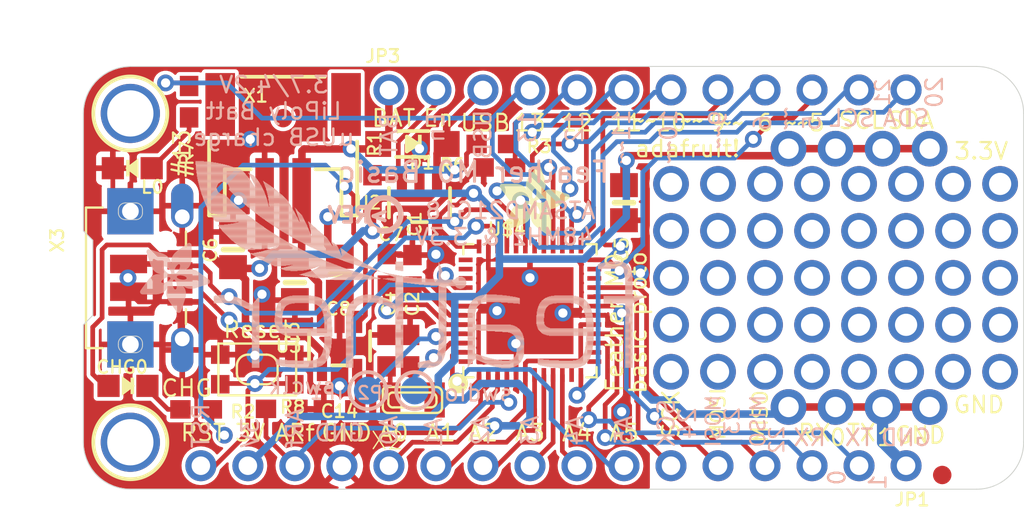
<source format=kicad_pcb>
(kicad_pcb (version 20211014) (generator pcbnew)
  (layers (0 "F.Cu" signal) (31 "B.Cu" signal) (34 "B.Paste" user) (35 "F.Paste" user) (36 "B.SilkS" user "B.Silkscreen") (37 "F.SilkS" user "F.Silkscreen") (38 "B.Mask" user) (39 "F.Mask" user) (44 "Edge.Cuts" user))
  (net 0 "")
  (net 1 "GND")
  (net 2 "MOSI")
  (net 3 "MISO")
  (net 4 "SCK")
  (net 5 "A5")
  (net 6 "A4")
  (net 7 "A3")
  (net 8 "A2")
  (net 9 "A1")
  (net 10 "D11")
  (net 11 "D12")
  (net 12 "+3V3")
  (net 13 "VBUS")
  (net 14 "VBAT")
  (net 15 "N$2")
  (net 16 "AREF")
  (net 17 "D13")
  (net 18 "A0")
  (net 19 "N$1")
  (net 20 "N$3")
  (net 21 "N$4")
  (net 22 "VDDCORE")
  (net 23 "SCL")
  (net 24 "SDA")
  (net 25 "D9")
  (net 26 "D8")
  (net 27 "D7")
  (net 28 "D6")
  (net 29 "D5")
  (net 30 "D4")
  (net 31 "D1")
  (net 32 "D0")
  (net 33 "D10")
  (net 34 "D+")
  (net 35 "D-")
  (net 36 "~{RESET}")
  (net 37 "SWCLK")
  (net 38 "SWDIO")
  (net 39 "N$5")
  (net 40 "N$7")
  (net 41 "N$8")
  (net 42 "N$9")
  (net 43 "N$10")
  (net 44 "N$11")
  (net 45 "N$12")
  (net 46 "N$13")
  (net 47 "N$14")
  (net 48 "N$15")
  (net 49 "N$16")
  (net 50 "N$17")
  (net 51 "N$18")
  (net 52 "N$19")
  (net 53 "N$20")
  (net 54 "N$21")
  (net 55 "N$24")
  (net 56 "N$25")
  (net 57 "N$26")
  (net 58 "N$27")
  (net 59 "N$28")
  (net 60 "N$30")
  (net 61 "N$31")
  (net 62 "N$32")
  (net 63 "N$33")
  (net 64 "N$34")
  (net 65 "N$35")
  (net 66 "N$36")
  (net 67 "N$37")
  (net 68 "N$38")
  (net 69 "N$39")
  (net 70 "N$40")
  (net 71 "N$41")
  (net 72 "N$42")
  (net 73 "N$43")
  (net 74 "N$44")
  (net 75 "N$45")
  (net 76 "N$46")
  (net 77 "N$47")
  (net 78 "N$48")
  (net 79 "N$6")
  (net 80 "N$22")
  (net 81 "EN")
  (net 82 "D3")
  (net 83 "D2")
  (footprint "0603-NO" (layer "F.Cu") (at 145.5801 99.0346 180)
    (fp_text reference "R6")
    (fp_text value "100K")
  )
  (footprint "" (layer "F.Cu") (at 171.3611 113.8936)
    (fp_text reference "@HOLE1" hide)
    (fp_text value "")
  )
  (footprint "SOD-123" (layer "F.Cu") (at 140.8811 97.7646 180)
    (fp_text reference "D1")
    (fp_text value "MBR120")
  )
  (footprint "0603-NO" (layer "F.Cu") (at 133.8199 112.089007)
    (fp_text reference "C14")
    (fp_text value "1uF")
  )
  (footprint "1X12_ROUND" (layer "F.Cu") (at 153.5811 94.8436)
    (fp_text reference "JP3")
    (fp_text value "")
  )
  (footprint "MOUNTINGHOLE_2.5_PLATED" (layer "F.Cu") (at 125.6411 113.8936 -90)
    (fp_text reference "U$32" hide)
    (fp_text value "MOUNTINGHOLE2.5" hide)
  )
  (footprint "0805-NO" (layer "F.Cu") (at 136.9591 104.8096 -90)
    (fp_text reference "C8")
    (fp_text value "10µF")
  )
  (footprint "4UCONN_20329_V2" (layer "F.Cu") (at 127.5461 105.0036 -90)
    (fp_text reference "X3")
    (fp_text value "microUSB")
    (fp_line (start -3.7 1.25) (end -3.5 1.25) (layer "Edge.Cuts") (width 0.05))
    (fp_line (start -3.5 2.55) (end -3.7 2.55) (layer "Edge.Cuts") (width 0.05))
    (fp_line (start -4.05 2.15) (end -4.05 1.6) (layer "Edge.Cuts") (width 0.05))
    (fp_line (start 4.05 1.6) (end 4.05 2.2) (layer "Edge.Cuts") (width 0.05))
    (fp_line (start 3.15 2.2) (end 3.15 1.6) (layer "Edge.Cuts") (width 0.05))
    (fp_line (start -3.15 1.6) (end -3.15 2.15) (layer "Edge.Cuts") (width 0.05))
    (fp_arc (start -3.5 1.25) (mid -3.252513 1.352513) (end -3.15 1.6) (layer "Edge.Cuts") (width 0.05))
    (fp_arc (start 4.05 2.2) (mid 3.897487 2.468198) (end 3.6 2.55) (layer "Edge.Cuts") (width 0.05))
    (fp_arc (start 3.15 1.6) (mid 3.302513 1.331802) (end 3.6 1.25) (layer "Edge.Cuts") (width 0.05))
    (fp_arc (start -4.05 1.6) (mid -3.947487 1.352513) (end -3.7 1.25) (layer "Edge.Cuts") (width 0.05))
    (fp_arc (start -3.7 2.55) (mid -3.957843 2.422487) (end -4.05 2.15) (layer "Edge.Cuts") (width 0.05))
    (fp_arc (start 3.6 2.55) (mid 3.302513 2.468198) (end 3.15 2.2) (layer "Edge.Cuts") (width 0.05))
    (fp_arc (start -3.15 2.15) (mid -3.242157 2.422487) (end -3.5 2.55) (layer "Edge.Cuts") (width 0.05))
    (fp_arc (start 3.6 1.25) (mid 3.897487 1.331802) (end 4.05 1.6) (layer "Edge.Cuts") (width 0.05))
  )
  (footprint "0603-NO" (layer "F.Cu") (at 129.1971 112.1156)
    (fp_text reference "R2")
    (fp_text value "1K")
  )
  (footprint "0603-NO" (layer "F.Cu") (at 140.8811 104.6226 90)
    (fp_text reference "C1")
    (fp_text value "1uF")
  )
  (footprint "0805-NO" (layer "F.Cu") (at 131.1891 103.4746 90)
    (fp_text reference "C6")
    (fp_text value "10µF")
  )
  (footprint "0805-NO" (layer "F.Cu") (at 134.5311 105.2576 -90)
    (fp_text reference "C3")
    (fp_text value "10µF")
  )
  (footprint "TQFN48_7MM" (layer "F.Cu") (at 147.2311 106.7816)
    (fp_text reference "U$4")
    (fp_text value "ATSAMD21G18_QFN")
  )
  (footprint "CHIPLED_0805_NOOUTLINE" (layer "F.Cu") (at 125.5141 110.8456 -90)
    (fp_text reference "CHG0")
    (fp_text value "ORANGE")
  )
  (footprint "MOUNTINGHOLE_2.5_PLATED" (layer "F.Cu") (at 125.6411 96.1136 -90)
    (fp_text reference "U$31" hide)
    (fp_text value "MOUNTINGHOLE2.5" hide)
  )
  (footprint "0603-NO" (layer "F.Cu") (at 138.7221 100.3046 90)
    (fp_text reference "R1")
    (fp_text value "100k")
  )
  (footprint "CHIPLED_0805_NOOUTLINE" (layer "F.Cu") (at 125.7461 99.0746 90)
    (fp_text reference "L0")
    (fp_text value "RED")
  )
  (footprint "0603-NO" (layer "F.Cu") (at 145.1991 97.7646)
    (fp_text reference "R3")
    (fp_text value "100k")
  )
  (footprint "0805-NO" (layer "F.Cu") (at 152.3111 100.9396 -90)
    (fp_text reference "C5")
    (fp_text value "10uF")
  )
  (footprint "FIDUCIAL_1MM" (layer "F.Cu") (at 169.5033 115.6646 -90)
    (fp_text reference "U$35" hide)
    (fp_text value "FIDUCIAL\"\"" hide)
  )
  (footprint "0603-NO" (layer "F.Cu") (at 139.4841 108.9406 90)
    (fp_text reference "C4")
    (fp_text value "22pF")
  )
  (footprint "JSTPH2" (layer "F.Cu") (at 133.8961 97.1296)
    (fp_text reference "X1")
    (fp_text value "JSTPH")
  )
  (footprint "XTAL3215" (layer "F.Cu") (at 140.8811 111.6076)
    (fp_text reference "X2")
    (fp_text value "32.768")
  )
  (footprint "ADAFRUIT_3.5MM" (layer "F.Cu") (at 145.5801 102.7176)
    (fp_text reference "U$7" hide)
    (fp_text value "" hide)
  )
  (footprint "0603-NO" (layer "F.Cu") (at 140.7541 108.9406 90)
    (fp_text reference "C2")
    (fp_text value "22pF")
  )
  (footprint "SOT23-5" (layer "F.Cu") (at 136.9441 108.6866 180)
    (fp_text reference "U3")
    (fp_text value "MCP73831T-2ACI/OT")
  )
  (footprint "0603-NO" (layer "F.Cu") (at 139.5011 104.5716 90)
    (fp_text reference "C7")
    (fp_text value "1uF")
  )
  (footprint "SOT23-5" (layer "F.Cu") (at 141.2621 100.9396 180)
    (fp_text reference "U2")
    (fp_text value "SPX3819-3.3")
  )
  (footprint "0603-NO" (layer "F.Cu") (at 128.8161 95.4786 -90)
    (fp_text reference "R7")
    (fp_text value "2.2K")
  )
  (footprint "" (layer "F.Cu") (at 171.3611 96.1136)
    (fp_text reference "@HOLE0" hide)
    (fp_text value "")
  )
  (footprint "0603-NO" (layer "F.Cu") (at 136.9441 112.1156 180)
    (fp_text reference "R8")
    (fp_text value "10K\\")
  )
  (footprint "1X16_ROUND" (layer "F.Cu") (at 148.5011 115.1636 180)
    (fp_text reference "JP1")
    (fp_text value "")
  )
  (footprint "KMR2" (layer "F.Cu") (at 132.4991 109.9566 180)
    (fp_text reference "SW1" hide)
    (fp_text value "SPST_TACT-KMR2" hide)
  )
  (footprint "FIDUCIAL_1MM" (layer "F.Cu") (at 133.8961 96.3676 -90)
    (fp_text reference "U$34" hide)
    (fp_text value "FIDUCIAL\"\"" hide)
  )
  (footprint "PCBFEAT-REV-040" (layer "B.Cu") (at 139.3571 101.5746 180)
    (fp_text reference "U$13" hide)
    (fp_text value "" hide)
  )
  (footprint "FEATHERLOGO" (layer "B.Cu") (at 153.4541 109.9566 180)
    (fp_text reference "U$9" hide)
    (fp_text value "" hide)
  )
  (footprint "TESTPOINT_ROUND_1.5MM" (layer "B.Cu") (at 141.0081 111.0996 180)
    (fp_text reference "TP2")
    (fp_text value "")
  )
  (footprint "ADAFRUIT_3.5MM" (layer "B.Cu") (at 126.1491 103.0986)
    (fp_text reference "U$12" hide)
    (fp_text value "" hide)
  )
  (footprint "TESTPOINT_ROUND_1.5MM" (layer "B.Cu") (at 138.4681 111.0996 180)
    (fp_text reference "TP1")
    (fp_text value "")
  )
  (gr_arc (start 171.3611 93.5736) (mid 173.157151 94.317549) (end 173.9011 96.1136) (layer "Edge.Cuts") (width 0.05))
  (gr_line (start 123.1011 102.4636) (end 123.6091 102.9716) (layer "Edge.Cuts") (width 0.05))
  (gr_line (start 123.1011 96.1136) (end 123.1011 102.4636) (layer "Edge.Cuts") (width 0.05))
  (gr_line (start 123.6091 102.9716) (end 123.6091 107.0356) (layer "Edge.Cuts") (width 0.05))
  (gr_line (start 173.9011 113.8936) (end 173.9011 96.1136) (layer "Edge.Cuts") (width 0.05))
  (gr_line (start 123.6091 107.0356) (end 123.1011 107.5436) (layer "Edge.Cuts") (width 0.05))
  (gr_line (start 125.6411 116.4336) (end 171.3611 116.4336) (layer "Edge.Cuts") (width 0.05))
  (gr_line (start 123.1011 107.5436) (end 123.1011 113.8936) (layer "Edge.Cuts") (width 0.05))
  (gr_arc (start 123.1011 96.1136) (mid 123.845049 94.317549) (end 125.6411 93.5736) (layer "Edge.Cuts") (width 0.05))
  (gr_arc (start 125.6411 116.4336) (mid 123.845049 115.689651) (end 123.1011 113.8936) (layer "Edge.Cuts") (width 0.05))
  (gr_line (start 171.3611 93.5736) (end 125.6411 93.5736) (layer "Edge.Cuts") (width 0.05))
  (gr_arc (start 173.9011 113.8936) (mid 173.157151 115.689651) (end 171.3611 116.4336) (layer "Edge.Cuts") (width 0.05))
  (gr_text "SCK" (at 154.5971 112.8776 -270) (layer "B.SilkS") (effects (font (size 0.89408 0.89408) (thickness 0.12192)) (justify mirror)))
  (gr_text "USB" (at 144.6911 97.2566 -270) (layer "B.SilkS") (effects (font (size 0.89408 0.89408) (thickness 0.12192)) (justify mirror)))
  (gr_text "GND" (at 167.5511 113.6396) (layer "B.SilkS") (effects (font (size 0.89408 0.89408) (thickness 0.12192)) (justify mirror)))
  (gr_text "0" (at 163.7411 115.7986 -90) (layer "B.SilkS") (effects (font (size 0.89408 0.89408) (thickness 0.12192)) (justify mirror)))
  (gr_text "5" (at 162.4711 96.6216 -270) (layer "B.SilkS") (effects (font (size 0.89408 0.89408) (thickness 0.12192)) (justify mirror)))
  (gr_text "6" (at 159.8041 96.6216 -270) (layer "B.SilkS") (effects (font (size 0.89408 0.89408) (thickness 0.12192)) (justify mirror)))
  (gr_text "SDA" (at 167.5511 96.3676) (layer "B.SilkS") (effects (font (size 0.89408 0.89408) (thickness 0.12192)) (justify mirror)))
  (gr_text "TX" (at 165.0111 113.6396) (layer "B.SilkS") (effects (font (size 0.89408 0.89408) (thickness 0.12192)) (justify mirror)))
  (gr_text "23" (at 158.1531 112.7506 -270) (layer "B.SilkS") (effects (font (size 0.78232 0.78232) (thickness 0.10668)) (justify mirror)))
  (gr_text "13" (at 147.1041 96.8756 -270) (layer "B.SilkS") (effects (font (size 0.89408 0.89408) (thickness 0.12192)) (justify mirror)))
  (gr_text "BAT" (at 139.6111 97.2566 -270) (layer "B.SilkS") (effects (font (size 0.89408 0.89408) (thickness 0.12192)) (justify mirror)))
  (gr_text "21" (at 166.2811 94.9706 -270) (layer "B.SilkS") (effects (font (size 0.78232 0.78232) (thickness 0.10668)) (justify mirror)))
  (gr_text "22" (at 160.5661 113.7666 -270) (layer "B.SilkS") (effects (font (size 0.78232 0.78232) (thickness 0.10668)) (justify mirror)))
  (gr_text "~~" (at 161.0741 96.3676 -90) (layer "B.SilkS") (effects (font (size 0.89408 0.89408) (thickness 0.12192)) (justify mirror)))
  (gr_text "A2" (at 144.5641 113.2586 -270) (layer "B.SilkS") (effects (font (size 0.89408 0.89408) (thickness 0.12192)) (justify mirror)))
  (gr_text "ATSAMD21G18 \n48MHz & 3.3V" (at 145.8341 102.0826) (layer "B.SilkS") (effects (font (size 0.88392 0.88392) (thickness 0.13208)) (justify mirror)))
  (gr_text "10~~" (at 154.7241 97.3836 -270) (layer "B.SilkS") (effects (font (size 0.89408 0.89408) (thickness 0.12192)) (justify mirror)))
  (gr_text "A4" (at 149.6441 113.2586 -270) (layer "B.SilkS") (effects (font (size 0.89408 0.89408) (thickness 0.12192)) (justify mirror)))
  (gr_text "20" (at 169.0751 94.9706 -270) (layer "B.SilkS") (effects (font (size 0.89408 0.89408) (thickness 0.12192)) (justify mirror)))
  (gr_text "A0" (at 139.6111 113.2586 -270) (layer "B.SilkS") (effects (font (size 0.89408 0.89408) (thickness 0.12192)) (justify mirror)))
  (gr_text "RX" (at 162.3441 113.6396) (layer "B.SilkS") (effects (font (size 0.89408 0.89408) (thickness 0.12192)) (justify mirror)))
  (gr_text "swdio" (at 144.4371 111.2266) (layer "B.SilkS") (effects (font (size 0.89408 0.89408) (thickness 0.12192)) (justify mirror)))
  (gr_text "Feather M0 Basic" (at 144.1831 99.2886) (layer "B.SilkS") (effects (font (size 1.1049 1.1049) (thickness 0.1651)) (justify mirror)))
  (gr_text "12" (at 149.6441 96.8756 -270) (layer "B.SilkS") (effects (font (size 0.89408 0.89408) (thickness 0.12192)) (justify mirror)))
  (gr_text "En" (at 142.1511 96.8756 -270) (layer "B.SilkS") (effects (font (size 0.89408 0.89408) (thickness 0.12192)) (justify mirror)))
  (gr_text "3.7/4.2V\nLiPoly Batt\nµUSB charge" (at 133.3881 95.9866) (layer "B.SilkS") (effects (font (size 0.88392 0.88392) (thickness 0.13208)) (justify mirror)))
  (gr_text "3V" (at 132.1181 113.3856 -270) (layer "B.SilkS") (effects (font (size 0.89408 0.89408) (thickness 0.12192)) (justify mirror)))
  (gr_text "A5" (at 152.3111 113.2586 -270) (layer "B.SilkS") (effects (font (size 0.89408 0.89408) (thickness 0.12192)) (justify mirror)))
  (gr_text "A1" (at 142.0241 113.3856 -270) (layer "B.SilkS") (effects (font (size 0.89408 0.89408) (thickness 0.12192)) (justify mirror)))
  (gr_text "1" (at 166.0271 116.0526 -270) (layer "B.SilkS") (effects (font (size 0.89408 0.89408) (thickness 0.12192)) (justify mirror)))
  (gr_text "swclk" (at 134.9121 110.8456) (layer "B.SilkS") (effects (font (size 0.89408 0.89408) (thickness 0.12192)) (justify mirror)))
  (gr_text "SCL" (at 164.6301 96.3676) (layer "B.SilkS") (effects (font (size 0.89408 0.89408) (thickness 0.12192)) (justify mirror)))
  (gr_text "A3" (at 147.2311 113.2586 -270) (layer "B.SilkS") (effects (font (size 0.89408 0.89408) (thickness 0.12192)) (justify mirror)))
  (gr_text "ARf" (at 134.5311 113.1316 -270) (layer "B.SilkS") (effects (font (size 0.89408 0.89408) (thickness 0.12192)) (justify mirror)))
  (gr_text "MOSI" (at 157.1371 112.7506 -270) (layer "B.SilkS") (effects (font (size 0.78232 0.78232) (thickness 0.10668)) (justify mirror)))
  (gr_text "MISO" (at 159.5501 112.7506 -270) (layer "B.SilkS") (effects (font (size 0.78232 0.78232) (thickness 0.10668)) (justify mirror)))
  (gr_text "GND" (at 136.9441 113.3856) (layer "B.SilkS") (effects (font (size 0.89408 0.89408) (thickness 0.12192)) (justify mirror)))
  (gr_text "11~~" (at 152.1841 97.3836 -270) (layer "B.SilkS") (effects (font (size 0.89408 0.89408) (thickness 0.12192)) (justify mirror)))
  (gr_text "RST" (at 129.4511 113.0046 -270) (layer "B.SilkS") (effects (font (size 0.89408 0.89408) (thickness 0.12192)) (justify mirror)))
  (gr_text "24" (at 155.7401 112.8776 -270) (layer "B.SilkS") (effects (font (size 0.89408 0.89408) (thickness 0.12192)) (justify mirror)))
  (gr_text "9~~" (at 157.3911 97.0026 -270) (layer "B.SilkS") (effects (font (size 0.89408 0.89408) (thickness 0.12192)) (justify mirror)))
  (gr_text "GND" (at 137.3251 113.3856) (layer "F.SilkS") (effects (font (size 0.89408 0.89408) (thickness 0.12192))))
  (gr_text "A0" (at 139.8651 113.3856) (layer "F.SilkS") (effects (font (size 0.89408 0.89408) (thickness 0.12192))))
  (gr_text "GND" (at 168.3131 113.5126) (layer "F.SilkS") (effects (font (size 0.89408 0.89408) (thickness 0.12192))))
  (gr_text "adafruit!" (at 155.7401 98.0186) (layer "F.SilkS") (effects (font (size 0.89408 0.89408) (thickness 0.12192))))
  (gr_text "En" (at 142.2781 96.3676) (layer "F.SilkS") (effects (font (size 0.89408 0.89408) (thickness 0.12192))))
  (gr_text "SCL" (at 165.1381 96.4946) (layer "F.SilkS") (effects (font (size 0.89408 0.89408) (thickness 0.12192))))
  (gr_text "3.3V" (at 171.6151 98.1456) (layer "F.SilkS") (effects (font (size 0.89408 0.89408) (thickness 0.12192))))
  (gr_text "9" (at 157.3911 96.6216) (layer "F.SilkS") (effects (font (size 0.89408 0.89408) (thickness 0.12192))))
  (gr_text "~~" (at 158.1531 96.6216) (layer "F.SilkS") (effects (font (size 0.89408 0.89408) (thickness 0.12192))))
  (gr_text "Reset" (at 132.4991 107.7976) (layer "F.SilkS") (effects (font (size 0.89408 0.89408) (thickness 0.12192))))
  (gr_text "~~5" (at 162.0901 96.6216) (layer "F.SilkS") (effects (font (size 0.89408 0.89408) (thickness 0.12192))))
  (gr_text "SDA" (at 167.8051 96.4946) (layer "F.SilkS") (effects (font (size 0.89408 0.89408) (thickness 0.12192))))
  (gr_text "1" (at 166.4081 113.6396) (layer "F.SilkS") (effects (font (size 0.89408 0.89408) (thickness 0.12192))))
  (gr_text "13" (at 147.2311 96.6216) (layer "F.SilkS") (effects (font (size 0.89408 0.89408) (thickness 0.12192))))
  (gr_text "10" (at 154.8511 96.6216) (layer "F.SilkS") (effects (font (size 0.89408 0.89408) (thickness 0.12192))))
  (gr_text "A4" (at 149.7711 113.3856) (layer "F.SilkS") (effects (font (size 0.89408 0.89408) (thickness 0.12192))))
  (gr_text "ARf" (at 134.5311 113.3856) (layer "F.SilkS") (effects (font (size 0.89408 0.89408) (thickness 0.12192))))
  (gr_text "TX" (at 165.1381 113.3856) (layer "F.SilkS") (effects (font (size 0.89408 0.89408) (thickness 0.12192))))
  (gr_text "~~" (at 155.9941 96.4946) (layer "F.SilkS") (effects (font (size 0.89408 0.89408) (thickness 0.12192))))
  (gr_text "CHG" (at 128.6891 110.9726) (layer "F.SilkS") (effects (font (size 0.89408 0.89408) (thickness 0.12192))))
  (gr_text "~~" (at 153.4541 96.4946) (layer "F.SilkS") (effects (font (size 0.89408 0.89408) (thickness 0.12192))))
  (gr_text "11" (at 152.4381 96.6216) (layer "F.SilkS") (effects (font (size 0.89408 0.89408) (thickness 0.12192))))
  (gr_text "6" (at 159.9311 96.6216) (layer "F.SilkS") (effects (font (size 0.89408 0.89408) (thickness 0.12192))))
  (gr_text "12" (at 149.7711 96.6216) (layer "F.SilkS") (effects (font (size 0.89408 0.89408) (thickness 0.12192))))
  (gr_text "USB" (at 144.8181 96.6216) (layer "F.SilkS") (effects (font (size 0.89408 0.89408) (thickness 0.12192))))
  (gr_text "A1" (at 142.4051 113.3856) (layer "F.SilkS") (effects (font (size 0.89408 0.89408) (thickness 0.12192))))
  (gr_text "RX" (at 162.5981 113.3856) (layer "F.SilkS") (effects (font (size 0.89408 0.89408) (thickness 0.12192))))
  (gr_text "basic proto" (at 153.0731 107.4166 90) (layer "F.SilkS") (effects (font (size 0.89408 0.89408) (thickness 0.12192))))
  (gr_text "A3" (at 147.2311 113.3856) (layer "F.SilkS") (effects (font (size 0.89408 0.89408) (thickness 0.12192))))
  (gr_text "MOSI" (at 157.3911 112.3696 90) (layer "F.SilkS") (effects (font (size 0.78232 0.78232) (thickness 0.10668))))
  (gr_text "#13" (at 128.4351 98.2726 90) (layer "F.SilkS") (effects (font (size 0.89408 0.89408) (thickness 0.12192))))
  (gr_text "Feather M0" (at 151.8031 107.4166 90) (layer "F.SilkS") (effects (font (size 0.89408 0.89408) (thickness 0.12192))))
  (gr_text "RST" (at 129.5781 113.3856) (layer "F.SilkS") (effects (font (size 0.89408 0.89408) (thickness 0.12192))))
  (gr_text "BAT" (at 139.8651 96.3676) (layer "F.SilkS") (effects (font (size 0.89408 0.89408) (thickness 0.12192))))
  (gr_text "MISO" (at 159.6771 112.4966 90) (layer "F.SilkS") (effects (font (size 0.78232 0.78232) (thickness 0.10668))))
  (gr_text "3V" (at 132.1181 113.3856) (layer "F.SilkS") (effects (font (size 0.89408 0.89408) (thickness 0.12192))))
  (gr_text "GND" (at 171.4881 111.8616) (layer "F.SilkS") (effects (font (size 0.89408 0.89408) (thickness 0.12192))))
  (gr_text "0" (at 163.8681 113.6396) (layer "F.SilkS") (effects (font (size 0.89408 0.89408) (thickness 0.12192))))
  (gr_text "A2" (at 144.6911 113.3856) (layer "F.SilkS") (effects (font (size 0.89408 0.89408) (thickness 0.12192))))
  (gr_text "SCK" (at 154.8511 112.3696 90) (layer "F.SilkS") (effects (font (size 0.89408 0.89408) (thickness 0.12192))))
  (gr_text "A5" (at 152.3111 113.3856) (layer "F.SilkS") (effects (font (size 0.89408 0.89408) (thickness 0.12192))))
  (segment (start 151.404549 107.0971) (end 151.4221 107.1626) (width 0.254) (layer "F.Cu") (net 1))
  (segment (start 141.7701 104.1146) (end 142.1511 103.7336) (width 0.254) (layer "F.Cu") (net 1))
  (segment (start 146.4811 107.5316) (end 147.2311 106.7816) (width 0.254) (layer "F.Cu") (net 1))
  (segment (start 143.1671 100.3046) (end 143.0401 100.3046) (width 0.254) (layer "F.Cu") (net 1))
  (segment (start 151.4221 107.1626) (end 151.4221 107.4166) (width 0.254) (layer "F.Cu") (net 1))
  (segment (start 141.7701 105.1306) (end 141.7701 104.1146) (width 0.254) (layer "F.Cu") (net 1))
  (segment (start 137.0711 105.7596) (end 136.9591 105.7596) (width 0.254) (layer "F.Cu") (net 1))
  (segment (start 146.4811 107.5316) (end 146.4691 107.5436) (width 0.254) (layer "F.Cu") (net 1))
  (segment (start 150.7061 107.0316) (end 147.4811 107.0316) (width 0.254) (layer "F.Cu") (net 1))
  (segment (start 150.7061 107.0316) (end 151.2911 107.0316) (width 0.254) (layer "F.Cu") (net 1))
  (segment (start 128.1461 108.6036) (end 128.4461 108.3036) (width 0.254) (layer "F.Cu") (net 1))
  (segment (start 141.2621 99.6395) (end 141.2621 98.3996) (width 0.254) (layer "F.Cu") (net 1))
  (segment (start 144.9811 103.3066) (end 144.9811 104.5316) (width 0.254) (layer "F.Cu") (net 1))
  (segment (start 151.2911 107.0316) (end 151.2951 107.0356) (width 0.254) (layer "F.Cu") (net 1))
  (segment (start 126.0961 106.3036) (end 125.5461 105.7536) (width 0.254) (layer "F.Cu") (net 1))
  (segment (start 151.3566 107.049151) (end 151.404549 107.0971) (width 0.254) (layer "F.Cu") (net 1))
  (segment (start 144.4371 99.0346) (end 143.1671 100.3046) (width 0.254) (layer "F.Cu") (net 1))
  (segment (start 146.4811 110.2566) (end 146.4811 107.5316) (width 0.254) (layer "F.Cu") (net 1))
  (segment (start 146.9811 106.5316) (end 147.2311 106.7816) (width 0.254) (layer "F.Cu") (net 1))
  (segment (start 128.3211 106.3036) (end 126.0961 106.3036) (width 0.254) (layer "F.Cu") (net 1))
  (segment (start 151.2911 107.0316) (end 151.3566 107.049151) (width 0.254) (layer "F.Cu") (net 1))
  (segment (start 143.1711 106.5316) (end 141.7701 105.1306) (width 0.254) (layer "F.Cu") (net 1))
  (segment (start 124.6961 101.4036) (end 125.6461 101.4036) (width 0.254) (layer "F.Cu") (net 1))
  (segment (start 128.3211 106.3036) (end 128.3211 108.1786) (width 0.254) (layer "F.Cu") (net 1))
  (segment (start 124.6961 99.0746) (end 124.6961 101.4036) (width 0.254) (layer "F.Cu") (net 1))
  (segment (start 161.2011 111.9886) (end 163.7411 111.9886) (width 0.4064) (layer "F.Cu") (net 1))
  (segment (start 163.7411 111.9886) (end 166.2811 111.9886) (width 0.4064) (layer "F.Cu") (net 1))
  (segment (start 144.7301 99.0346) (end 144.4371 99.0346) (width 0.254) (layer "F.Cu") (net 1))
  (segment (start 140.7541 108.0906) (end 139.4841 108.0906) (width 0.254) (layer "F.Cu") (net 1))
  (segment (start 166.2811 111.9886) (end 168.8211 111.9886) (width 0.4064) (layer "F.Cu") (net 1))
  (segment (start 128.3211 108.1786) (end 128.4461 108.3036) (width 0.254) (layer "F.Cu") (net 1))
  (segment (start 143.7561 106.5316) (end 143.1711 106.5316) (width 0.254) (layer "F.Cu") (net 1))
  (segment (start 130.4991 109.1566) (end 134.4991 109.1566) (width 0.254) (layer "F.Cu") (net 1))
  (segment (start 143.7561 106.5316) (end 146.9811 106.5316) (width 0.254) (layer "F.Cu") (net 1))
  (segment (start 144.9811 104.5316) (end 147.2311 106.7816) (width 0.254) (layer "F.Cu") (net 1))
  (segment (start 125.6461 108.6036) (end 128.1461 108.6036) (width 0.254) (layer "F.Cu") (net 1))
  (segment (start 134.4991 109.1566) (end 134.6201 109.1566) (width 0.254) (layer "F.Cu") (net 1))
  (segment (start 147.4811 107.0316) (end 147.2311 106.7816) (width 0.254) (layer "F.Cu") (net 1))
  (segment (start 146.4691 107.5436) (end 146.4691 108.5596) (width 0.254) (layer "F.Cu") (net 1))
  (segment (start 151.2911 107.0316) (end 151.2911 107.0316) (width 0.254) (layer "F.Cu") (net 1))
  (via (at 168.8211 111.9886) (size 1.9304) (drill 1.1) (layers "F.Cu" "B.Cu") (net 1))
  (via (at 125.5141 105.0036) (size 0.9064) (drill 0.5) (layers "F.Cu" "B.Cu") (net 1))
  (via (at 163.7411 111.9886) (size 1.9304) (drill 1.1) (layers "F.Cu" "B.Cu") (net 1))
  (via (at 149.0091 106.9086) (size 0.9064) (drill 0.5) (layers "F.Cu" "B.Cu") (net 1))
  (via (at 132.3721 109.1946) (size 0.9064) (drill 0.5) (layers "F.Cu" "B.Cu") (net 1))
  (via (at 145.4531 106.7816) (size 0.9064) (drill 0.5) (layers "F.Cu" "B.Cu") (net 1))
  (via (at 132.1181 97.5106) (size 0.9064) (drill 0.5) (layers "F.Cu" "B.Cu") (net 1))
  (via (at 153.2001 104.7496) (size 0.9064) (drill 0.5) (layers "F.Cu" "B.Cu") (net 1))
  (via (at 161.2011 111.9886) (size 1.9304) (drill 1.1) (layers "F.Cu" "B.Cu") (net 1))
  (via (at 142.1511 103.7336) (size 0.9064) (drill 0.5) (layers "F.Cu" "B.Cu") (net 1))
  (via (at 132.7531 105.8926) (size 0.9064) (drill 0.5) (layers "F.Cu" "B.Cu") (net 1))
  (via (at 136.9441 110.8456) (size 0.9064) (drill 0.5) (layers "F.Cu" "B.Cu") (net 1))
  (via (at 166.2811 111.9886) (size 1.9304) (drill 1.1) (layers "F.Cu" "B.Cu") (net 1))
  (via (at 131.4831 100.8126) (size 0.9064) (drill 0.5) (layers "F.Cu" "B.Cu") (net 1))
  (via (at 141.2621 98.0186) (size 0.9064) (drill 0.5) (layers "F.Cu" "B.Cu") (net 1))
  (via (at 146.4691 108.5596) (size 0.9064) (drill 0.5) (layers "F.Cu" "B.Cu") (net 1))
  (via (at 147.2311 105.0036) (size 0.9064) (drill 0.5) (layers "F.Cu" "B.Cu") (net 1))
  (via (at 152.1841 112.2426) (size 0.9064) (drill 0.5) (layers "F.Cu" "B.Cu") (net 1))
  (segment (start 153.8351 111.6076) (end 154.8511 111.6076) (width 0.4064) (layer "B.Cu") (net 1))
  (segment (start 166.2811 113.8936) (end 166.2811 111.9886) (width 0.6096) (layer "B.Cu") (net 1))
  (segment (start 154.8511 111.6076) (end 155.6131 112.3696) (width 0.4064) (layer "B.Cu") (net 1))
  (segment (start 160.8201 112.3696) (end 161.2011 111.9886) (width 0.4064) (layer "B.Cu") (net 1))
  (segment (start 153.8351 111.6076) (end 153.4541 111.2266) (width 0.4064) (layer "B.Cu") (net 1))
  (segment (start 155.6131 112.3696) (end 160.8201 112.3696) (width 0.4064) (layer "B.Cu") (net 1))
  (segment (start 167.5511 115.1636) (end 166.2811 113.8936) (width 0.6096) (layer "B.Cu") (net 1))
  (segment (start 151.8071 106.5316) (end 152.1841 106.9086) (width 0.254) (layer "F.Cu") (net 2))
  (segment (start 150.7061 106.5316) (end 151.8071 106.5316) (width 0.254) (layer "F.Cu") (net 2))
  (segment (start 157.3911 115.1636) (end 156.2481 114.0206) (width 0.254) (layer "F.Cu") (net 2))
  (segment (start 155.4861 114.0206) (end 153.9621 112.4966) (width 0.254) (layer "F.Cu") (net 2))
  (segment (start 156.2481 114.0206) (end 155.4861 114.0206) (width 0.254) (layer "F.Cu") (net 2))
  (via (at 152.1841 106.9086) (size 0.9064) (drill 0.5) (layers "F.Cu" "B.Cu") (net 2))
  (via (at 153.9621 112.4966) (size 0.9064) (drill 0.5) (layers "F.Cu" "B.Cu") (net 2))
  (segment (start 152.4381 107.1626) (end 152.4381 110.9726) (width 0.254) (layer "B.Cu") (net 2))
  (segment (start 152.4381 110.9726) (end 153.9621 112.4966) (width 0.254) (layer "B.Cu") (net 2))
  (segment (start 152.1841 106.9086) (end 152.4381 107.1626) (width 0.254) (layer "B.Cu") (net 2))
  (segment (start 150.7061 105.5316) (end 153.1185 105.5316) (width 0.254) (layer "F.Cu") (net 3))
  (segment (start 156.0195 113.3856) (end 156.2481 113.3856) (width 0.254) (layer "F.Cu") (net 3))
  (segment (start 153.1185 105.5316) (end 153.5303 105.9434) (width 0.254) (layer "F.Cu") (net 3))
  (segment (start 155.9941 113.3856) (end 156.0195 113.3856) (width 0.254) (layer "F.Cu") (net 3))
  (segment (start 158.6611 113.8936) (end 159.9311 115.1636) (width 0.254) (layer "F.Cu") (net 3))
  (segment (start 153.5303 110.8964) (end 153.5303 105.9434) (width 0.254) (layer "F.Cu") (net 3))
  (segment (start 156.2481 113.3856) (end 156.7561 113.3856) (width 0.254) (layer "F.Cu") (net 3))
  (segment (start 156.7561 113.3856) (end 157.2641 113.8936) (width 0.254) (layer "F.Cu") (net 3))
  (segment (start 153.5303 110.8964) (end 156.0195 113.3856) (width 0.254) (layer "F.Cu") (net 3))
  (segment (start 157.2641 113.8936) (end 158.6611 113.8936) (width 0.254) (layer "F.Cu") (net 3))
  (segment (start 152.9969 106.1974) (end 152.9969 111.6584) (width 0.254) (layer "F.Cu") (net 4))
  (segment (start 152.9969 111.6584) (end 153.0731 111.7346) (width 0.254) (layer "F.Cu") (net 4))
  (segment (start 150.7181 106.0196) (end 150.7061 106.0316) (width 0.254) (layer "F.Cu") (net 4))
  (segment (start 152.8191 106.0196) (end 150.7181 106.0196) (width 0.254) (layer "F.Cu") (net 4))
  (segment (start 152.9969 106.1974) (end 152.8191 106.0196) (width 0.254) (layer "F.Cu") (net 4))
  (segment (start 153.0731 113.3856) (end 154.8511 115.1636) (width 0.254) (layer "F.Cu") (net 4))
  (segment (start 153.0731 111.7346) (end 153.0731 113.3856) (width 0.254) (layer "F.Cu") (net 4))
  (segment (start 143.0401 110.3376) (end 143.2941 110.5916) (width 0.254) (layer "F.Cu") (net 5))
  (segment (start 143.7561 109.0316) (end 143.2031 109.0316) (width 0.254) (layer "F.Cu") (net 5))
  (segment (start 143.2031 109.0316) (end 143.0401 109.1946) (width 0.254) (layer "F.Cu") (net 5))
  (segment (start 143.0401 109.1946) (end 143.0401 110.3376) (width 0.254) (layer "F.Cu") (net 5))
  (via (at 143.2941 110.5916) (size 0.9064) (drill 0.5) (layers "F.Cu" "B.Cu") (net 5))
  (segment (start 151.5491 115.1636) (end 152.3111 115.1636) (width 0.254) (layer "B.Cu") (net 5))
  (segment (start 148.3741 111.0996) (end 148.3741 112.6236) (width 0.254) (layer "B.Cu") (net 5))
  (segment (start 149.6441 113.8936) (end 150.2791 113.8936) (width 0.254) (layer "B.Cu") (net 5))
  (segment (start 147.2311 109.9566) (end 148.3741 111.0996) (width 0.254) (layer "B.Cu") (net 5))
  (segment (start 148.3741 112.6236) (end 149.6441 113.8936) (width 0.254) (layer "B.Cu") (net 5))
  (segment (start 150.2791 113.8936) (end 151.5491 115.1636) (width 0.254) (layer "B.Cu") (net 5))
  (segment (start 143.9291 109.9566) (end 147.2311 109.9566) (width 0.254) (layer "B.Cu") (net 5))
  (segment (start 143.2941 110.5916) (end 143.9291 109.9566) (width 0.254) (layer "B.Cu") (net 5))
  (segment (start 148.9811 114.3736) (end 149.7711 115.1636) (width 0.254) (layer "F.Cu") (net 6))
  (segment (start 148.9811 110.2566) (end 148.9811 114.3736) (width 0.254) (layer "F.Cu") (net 6))
  (segment (start 148.4811 113.9136) (end 147.2311 115.1636) (width 0.254) (layer "F.Cu") (net 7))
  (segment (start 148.4811 110.2566) (end 148.4811 113.9136) (width 0.254) (layer "F.Cu") (net 7))
  (segment (start 146.7231 113.8936) (end 145.4531 115.1636) (width 0.254) (layer "F.Cu") (net 8))
  (segment (start 144.9451 115.1636) (end 144.6911 115.1636) (width 0.254) (layer "F.Cu") (net 8))
  (segment (start 147.9811 110.2566) (end 147.9811 113.6516) (width 0.254) (layer "F.Cu") (net 8))
  (segment (start 147.9811 113.6516) (end 147.7391 113.8936) (width 0.254) (layer "F.Cu") (net 8))
  (segment (start 147.7391 113.8936) (end 146.7231 113.8936) (width 0.254) (layer "F.Cu") (net 8))
  (segment (start 145.4531 115.1636) (end 144.6911 115.1636) (width 0.254) (layer "F.Cu") (net 8))
  (segment (start 147.4811 110.2566) (end 147.4811 112.1196) (width 0.254) (layer "F.Cu") (net 9))
  (segment (start 144.1831 113.8936) (end 142.9131 115.1636) (width 0.254) (layer "F.Cu") (net 9))
  (segment (start 145.9611 113.8936) (end 144.1831 113.8936) (width 0.254) (layer "F.Cu") (net 9))
  (segment (start 142.9131 115.1636) (end 142.1511 115.1636) (width 0.254) (layer "F.Cu") (net 9))
  (segment (start 146.5961 113.2586) (end 145.9611 113.8936) (width 0.254) (layer "F.Cu") (net 9))
  (segment (start 147.4851 112.1236) (end 147.4851 113.2586) (width 0.254) (layer "F.Cu") (net 9))
  (segment (start 147.4811 112.1196) (end 147.4851 112.1236) (width 0.254) (layer "F.Cu") (net 9))
  (segment (start 147.4851 113.2586) (end 146.5961 113.2586) (width 0.254) (layer "F.Cu") (net 9))
  (segment (start 150.6601 102.2096) (end 150.6601 101.1936) (width 0.254) (layer "F.Cu") (net 10))
  (segment (start 149.9811 103.3066) (end 149.9811 102.8886) (width 0.254) (layer "F.Cu") (net 10))
  (segment (start 150.2791 100.8126) (end 150.2791 96.8756) (width 0.254) (layer "F.Cu") (net 10))
  (segment (start 150.1521 96.7486) (end 147.7391 96.7486) (width 0.254) (layer "F.Cu") (net 10))
  (segment (start 149.9811 102.8886) (end 150.6601 102.2096) (width 0.254) (layer "F.Cu") (net 10))
  (segment (start 150.2791 96.8756) (end 150.1521 96.7486) (width 0.254) (layer "F.Cu") (net 10))
  (segment (start 150.2791 100.8126) (end 150.6601 101.1936) (width 0.254) (layer "F.Cu") (net 10))
  (segment (start 147.7391 96.7486) (end 147.3581 97.1296) (width 0.254) (layer "F.Cu") (net 10))
  (via (at 147.3581 97.1296) (size 0.9064) (drill 0.5) (layers "F.Cu" "B.Cu") (net 10))
  (segment (start 151.6761 94.8436) (end 152.3111 94.8436) (width 0.254) (layer "B.Cu") (net 10))
  (segment (start 148.3741 96.7486) (end 149.0091 96.1136) (width 0.254) (layer "B.Cu") (net 10))
  (segment (start 149.0091 96.1136) (end 150.4061 96.1136) (width 0.254) (layer "B.Cu") (net 10))
  (segment (start 150.4061 96.1136) (end 151.6761 94.8436) (width 0.254) (layer "B.Cu") (net 10))
  (segment (start 147.7391 96.7486) (end 148.3741 96.7486) (width 0.254) (layer "B.Cu") (net 10))
  (segment (start 147.3581 97.1296) (end 147.7391 96.7486) (width 0.254) (layer "B.Cu") (net 10))
  (segment (start 148.4811 99.2686) (end 148.2471 99.0346) (width 0.254) (layer "F.Cu") (net 11))
  (segment (start 148.4811 103.3066) (end 148.4811 99.2686) (width 0.254) (layer "F.Cu") (net 11))
  (via (at 148.2471 99.0346) (size 0.9064) (drill 0.5) (layers "F.Cu" "B.Cu") (net 11))
  (segment (start 148.1201 98.9076) (end 148.2471 99.0346) (width 0.254) (layer "B.Cu") (net 11))
  (segment (start 149.7711 94.8436) (end 149.2631 94.8436) (width 0.254) (layer "B.Cu") (net 11))
  (segment (start 146.4691 98.1456) (end 147.2311 98.9076) (width 0.254) (layer "B.Cu") (net 11))
  (segment (start 147.2311 98.9076) (end 148.1201 98.9076) (width 0.254) (layer "B.Cu") (net 11))
  (segment (start 146.8501 96.2406) (end 146.4691 96.6216) (width 0.254) (layer "B.Cu") (net 11))
  (segment (start 147.8661 96.2406) (end 146.8501 96.2406) (width 0.254) (layer "B.Cu") (net 11))
  (segment (start 146.4691 96.6216) (end 146.4691 98.1456) (width 0.254) (layer "B.Cu") (net 11))
  (segment (start 149.2631 94.8436) (end 147.8661 96.2406) (width 0.254) (layer "B.Cu") (net 11))
  (segment (start 152.4381 98.6536) (end 152.3111 98.7806) (width 0.4064) (layer "F.Cu") (net 12))
  (segment (start 146.9811 112.1116) (end 146.0881 113.0046) (width 0.254) (layer "F.Cu") (net 12))
  (segment (start 141.661 106.4641) (end 139.6746 106.4641) (width 0.254) (layer "F.Cu") (net 12))
  (segment (start 142.2121 102.2397) (end 142.2121 101.7676) (width 0.254) (layer "F.Cu") (net 12))
  (segment (start 139.6746 106.4641) (end 139.5011 106.2906) (width 0.254) (layer "F.Cu") (net 12))
  (segment (start 139.5011 106.2906) (end 139.5011 105.4216) (width 0.254) (layer "F.Cu") (net 12))
  (segment (start 139.4841 105.4386) (end 139.5011 105.4216) (width 0.4064) (layer "F.Cu") (net 12))
  (segment (start 142.9131 101.0666) (end 143.2941 101.0666) (width 0.254) (layer "F.Cu") (net 12))
  (segment (start 143.7561 107.5316) (end 142.7285 107.5316) (width 0.254) (layer "F.Cu") (net 12))
  (segment (start 150.7061 107.5316) (end 149.9743 107.5316) (width 0.254) (layer "F.Cu") (net 12))
  (segment (start 142.2121 101.7676) (end 142.9131 101.0666) (width 0.254) (layer "F.Cu") (net 12))
  (segment (start 149.9743 109.4994) (end 147.1041 109.4994) (width 0.254) (layer "F.Cu") (net 12))
  (segment (start 160.3121 98.3996) (end 160.6931 98.0186) (width 0.4064) (layer "F.Cu") (net 12))
  (segment (start 143.2941 101.0666) (end 143.9291 100.4316) (width 0.254) (layer "F.Cu") (net 12))
  (segment (start 139.4841 105.4386) (end 139.4841 106.7816) (width 0.4064) (layer "F.Cu") (net 12))
  (segment (start 166.2811 98.0186) (end 168.8211 98.0186) (width 0.4064) (layer "F.Cu") (net 12))
  (segment (start 136.3091 103.2096) (end 136.9591 103.8596) (width 0.4064) (layer "F.Cu") (net 12))
  (segment (start 161.2011 98.0186) (end 163.7411 98.0186) (width 0.4064) (layer "F.Cu") (net 12))
  (segment (start 146.9811 109.6224) (end 147.1041 109.4994) (width 0.254) (layer "F.Cu") (net 12))
  (segment (start 163.7411 98.0186) (end 166.2811 98.0186) (width 0.4064) (layer "F.Cu") (net 12))
  (segment (start 152.3111 98.7806) (end 152.3111 99.9896) (width 0.4064) (layer "F.Cu") (net 12))
  (segment (start 144.4811 103.3066) (end 143.279 103.3066) (width 0.254) (layer "F.Cu") (net 12))
  (segment (start 146.9811 110.2566) (end 146.9811 112.1116) (width 0.254) (layer "F.Cu") (net 12))
  (segment (start 152.4381 98.6536) (end 152.4381 98.3996) (width 0.4064) (layer "F.Cu") (net 12))
  (segment (start 160.6931 98.0186) (end 161.2011 98.0186) (width 0.4064) (layer "F.Cu") (net 12))
  (segment (start 146.9811 110.2566) (end 146.9811 109.6224) (width 0.254) (layer "F.Cu") (net 12))
  (segment (start 161.2011 98.0186) (end 160.9471 98.2726) (width 0.4064) (layer "F.Cu") (net 12))
  (segment (start 143.9291 100.4316) (end 144.1831 100.4316) (width 0.254) (layer "F.Cu") (net 12))
  (segment (start 139.5011 106.3985) (end 139.5011 105.4216) (width 0.254) (layer "F.Cu") (net 12))
  (segment (start 142.7285 107.5316) (end 141.661 106.4641) (width 0.254) (layer "F.Cu") (net 12))
  (segment (start 136.3091 101.7016) (end 136.3091 103.2096) (width 0.4064) (layer "F.Cu") (net 12))
  (segment (start 149.9743 107.5316) (end 149.9743 109.4994) (width 0.254) (layer "F.Cu") (net 12))
  (segment (start 143.279 103.3066) (end 142.2121 102.2397) (width 0.254) (layer "F.Cu") (net 12))
  (segment (start 152.4381 98.3996) (end 160.3121 98.3996) (width 0.4064) (layer "F.Cu") (net 12))
  (segment (start 146.0881 113.0046) (end 145.3261 113.0046) (width 0.254) (layer "F.Cu") (net 12))
  (via (at 168.8211 98.0186) (size 1.9304) (drill 1.1) (layers "F.Cu" "B.Cu") (net 12))
  (via (at 136.3091 101.7016) (size 0.9064) (drill 0.5) (layers "F.Cu" "B.Cu") (net 12))
  (via (at 161.2011 98.0186) (size 1.9304) (drill 1.1) (layers "F.Cu" "B.Cu") (net 12))
  (via (at 166.2811 98.0186) (size 1.9304) (drill 1.1) (layers "F.Cu" "B.Cu") (net 12))
  (via (at 145.3261 113.0046) (size 0.9064) (drill 0.5) (layers "F.Cu" "B.Cu") (net 12))
  (via (at 163.7411 98.0186) (size 1.9304) (drill 1.1) (layers "F.Cu" "B.Cu") (net 12))
  (via (at 152.4381 98.6536) (size 0.9064) (drill 0.5) (layers "F.Cu" "B.Cu") (net 12))
  (via (at 144.1831 100.4316) (size 0.9064) (drill 0.5) (layers "F.Cu" "B.Cu") (net 12))
  (via (at 139.4841 106.7816) (size 0.9064) (drill 0.5) (layers "F.Cu" "B.Cu") (net 12))
  (segment (start 142.7861 111.6076) (end 142.7861 111.4806) (width 0.4064) (layer "B.Cu") (net 12))
  (segment (start 143.1671 106.0196) (end 140.3731 106.0196) (width 0.4064) (layer "B.Cu") (net 12))
  (segment (start 137.4521 101.7016) (end 136.3091 101.7016) (width 0.4064) (layer "B.Cu") (net 12))
  (segment (start 142.2781 110.3376) (end 142.2781 110.9726) (width 0.4064) (layer "B.Cu") (net 12))
  (segment (start 143.6751 111.6076) (end 144.5641 110.7186) (width 0.4064) (layer "B.Cu") (net 12))
  (segment (start 144.4371 106.0196) (end 143.1671 106.0196) (width 0.4064) (layer "B.Cu") (net 12))
  (segment (start 143.1671 106.0196) (end 143.1671 109.4486) (width 0.4064) (layer "B.Cu") (net 12))
  (segment (start 140.3731 106.0196) (end 139.4841 106.9086) (width 0.4064) (layer "B.Cu") (net 12))
  (segment (start 143.1671 109.4486) (end 142.2781 110.3376) (width 0.4064) (layer "B.Cu") (net 12))
  (segment (start 131.9911 115.1636) (end 134.6581 112.4966) (width 0.4064) (layer "B.Cu") (net 12))
  (segment (start 146.6001 110.7186) (end 147.2311 111.3496) (width 0.4064) (layer "B.Cu") (net 12))
  (segment (start 142.2781 110.9726) (end 142.7861 111.4806) (width 0.4064) (layer "B.Cu") (net 12))
  (segment (start 144.3101 100.4316) (end 145.5801 101.7016) (width 0.4064) (layer "B.Cu") (net 12))
  (segment (start 145.5801 103.8606) (end 145.5801 104.8766) (width 0.4064) (layer "B.Cu") (net 12))
  (segment (start 145.5801 104.8766) (end 144.4371 106.0196) (width 0.4064) (layer "B.Cu") (net 12))
  (segment (start 144.3101 100.4316) (end 144.1831 100.4316) (width 0.254) (layer "B.Cu") (net 12))
  (segment (start 150.1521 103.9876) (end 152.4381 101.7016) (width 0.4064) (layer "B.Cu") (net 12))
  (segment (start 152.4381 101.7016) (end 152.4381 98.6536) (width 0.4064) (layer "B.Cu") (net 12))
  (segment (start 134.6581 112.4966) (end 141.8971 112.4966) (width 0.4064) (layer "B.Cu") (net 12))
  (segment (start 146.8501 113.0046) (end 145.3261 113.0046) (width 0.4064) (layer "B.Cu") (net 12))
  (segment (start 145.7071 103.9876) (end 150.1521 103.9876) (width 0.4064) (layer "B.Cu") (net 12))
  (segment (start 147.2311 112.6236) (end 146.8501 113.0046) (width 0.4064) (layer "B.Cu") (net 12))
  (segment (start 142.7861 111.4806) (end 142.9131 111.6076) (width 0.4064) (layer "B.Cu") (net 12))
  (segment (start 147.2311 111.3496) (end 147.2311 112.6236) (width 0.4064) (layer "B.Cu") (net 12))
  (segment (start 139.4841 106.9086) (end 139.4841 106.7816) (width 0.4064) (layer "B.Cu") (net 12))
  (segment (start 144.5641 110.7186) (end 146.6001 110.7186) (width 0.4064) (layer "B.Cu") (net 12))
  (segment (start 145.5801 103.8606) (end 145.7071 103.9876) (width 0.4064) (layer "B.Cu") (net 12))
  (segment (start 138.7221 100.4316) (end 144.1831 100.4316) (width 0.4064) (layer "B.Cu") (net 12))
  (segment (start 142.9131 111.6076) (end 143.6751 111.6076) (width 0.4064) (layer "B.Cu") (net 12))
  (segment (start 145.5801 101.7016) (end 145.5801 103.8606) (width 0.4064) (layer "B.Cu") (net 12))
  (segment (start 141.8971 112.4966) (end 142.7861 111.6076) (width 0.4064) (layer "B.Cu") (net 12))
  (segment (start 137.4521 101.7016) (end 138.7221 100.4316) (width 0.4064) (layer "B.Cu") (net 12))
  (segment (start 128.2911 103.7336) (end 128.3211 103.7036) (width 0.254) (layer "F.Cu") (net 13))
  (segment (start 124.4641 110.8456) (end 124.2441 110.8456) (width 0.254) (layer "F.Cu") (net 13))
  (segment (start 124.2441 110.8456) (end 123.6091 110.2106) (width 0.254) (layer "F.Cu") (net 13))
  (segment (start 135.1661 108.1786) (end 135.9941 109.0066) (width 0.4064) (layer "F.Cu") (net 13))
  (segment (start 124.3711 103.2256) (end 126.6571 103.2256) (width 0.254) (layer "F.Cu") (net 13))
  (segment (start 142.7311 96.8036) (end 144.6911 94.8436) (width 0.4064) (layer "F.Cu") (net 13))
  (segment (start 131.2601 104.4956) (end 132.6261 104.4956) (width 0.4064) (layer "F.Cu") (net 13))
  (segment (start 142.2121 98.2836) (end 142.2121 99.6395) (width 0.4064) (layer "F.Cu") (net 13))
  (segment (start 142.7311 97.7646) (end 142.2121 98.2836) (width 0.4064) (layer "F.Cu") (net 13))
  (segment (start 127.1651 103.7336) (end 128.2911 103.7336) (width 0.254) (layer "F.Cu") (net 13))
  (segment (start 131.1891 104.4246) (end 131.2601 104.4956) (width 0.254) (layer "F.Cu") (net 13))
  (segment (start 124.1171 107.1626) (end 124.1171 103.4796) (width 0.254) (layer "F.Cu") (net 13))
  (segment (start 138.7221 101.1546) (end 138.7221 102.4636) (width 0.4064) (layer "F.Cu") (net 13))
  (segment (start 142.2121 100.2436) (end 142.2121 99.6395) (width 0.4064) (layer "F.Cu") (net 13))
  (segment (start 123.6091 107.6706) (end 124.1171 107.1626) (width 0.254) (layer "F.Cu") (net 13))
  (segment (start 129.9291 103.7036) (end 130.6501 104.4246) (width 0.4064) (layer "F.Cu") (net 13))
  (segment (start 135.9941 109.0066) (end 135.9941 109.9867) (width 0.4064) (layer "F.Cu") (net 13))
  (segment (start 139.1911 100.6856) (end 141.7701 100.6856) (width 0.4064) (layer "F.Cu") (net 13))
  (segment (start 126.6571 103.2256) (end 127.1651 103.7336) (width 0.254) (layer "F.Cu") (net 13))
  (segment (start 142.7311 97.7646) (end 142.7311 96.8036) (width 0.4064) (layer "F.Cu") (net 13))
  (segment (start 141.7701 100.6856) (end 142.2121 100.2436) (width 0.4064) (layer "F.Cu") (net 13))
  (segment (start 123.6091 110.2106) (end 123.6091 107.6706) (width 0.254) (layer "F.Cu") (net 13))
  (segment (start 131.8641 105.0996) (end 131.1891 104.4246) (width 0.4064) (layer "F.Cu") (net 13))
  (segment (start 131.8641 107.4166) (end 131.8641 105.0996) (width 0.4064) (layer "F.Cu") (net 13))
  (segment (start 130.6501 104.4246) (end 131.1891 104.4246) (width 0.254) (layer "F.Cu") (net 13))
  (segment (start 124.1171 103.4796) (end 124.3711 103.2256) (width 0.254) (layer "F.Cu") (net 13))
  (segment (start 131.8641 107.4166) (end 132.6261 108.1786) (width 0.4064) (layer "F.Cu") (net 13))
  (segment (start 132.6261 108.1786) (end 135.1661 108.1786) (width 0.4064) (layer "F.Cu") (net 13))
  (segment (start 128.3211 103.7036) (end 129.9291 103.7036) (width 0.4064) (layer "F.Cu") (net 13))
  (segment (start 138.7221 101.1546) (end 139.1911 100.6856) (width 0.4064) (layer "F.Cu") (net 13))
  (via (at 138.7221 102.4636) (size 0.9064) (drill 0.5) (layers "F.Cu" "B.Cu") (net 13))
  (via (at 132.6261 104.4956) (size 0.9064) (drill 0.5) (layers "F.Cu" "B.Cu") (net 13))
  (segment (start 136.9441 103.7336) (end 138.2141 102.4636) (width 0.4064) (layer "B.Cu") (net 13))
  (segment (start 133.3881 103.7336) (end 136.9441 103.7336) (width 0.4064) (layer "B.Cu") (net 13))
  (segment (start 132.6261 104.4956) (end 133.3881 103.7336) (width 0.4064) (layer "B.Cu") (net 13))
  (segment (start 138.2141 102.4636) (end 138.7221 102.4636) (width 0.4064) (layer "B.Cu") (net 13))
  (segment (start 135.8011 106.7816) (end 135.9941 106.9746) (width 0.4064) (layer "F.Cu") (net 14))
  (segment (start 134.8961 100.8296) (end 134.9121 100.8136) (width 0.254) (layer "F.Cu") (net 14))
  (segment (start 134.8961 103.9426) (end 134.5311 104.3076) (width 0.254) (layer "F.Cu") (net 14))
  (segment (start 135.024318 98.033382) (end 137.565318 98.033382) (width 0.4064) (layer "F.Cu") (net 14))
  (segment (start 135.8011 105.2576) (end 135.8011 106.7816) (width 0.4064) (layer "F.Cu") (net 14))
  (segment (start 143.8021 98.9076) (end 143.5481 99.1616) (width 0.254) (layer "F.Cu") (net 14))
  (segment (start 138.762318 98.033382) (end 137.565318 98.033382) (width 0.4064) (layer "F.Cu") (net 14))
  (segment (start 134.8961 100.8296) (end 134.8961 103.9426) (width 0.4064) (layer "F.Cu") (net 14))
  (segment (start 135.8011 105.2576) (end 134.8511 104.3076) (width 0.4064) (layer "F.Cu") (net 14))
  (segment (start 134.9121 100.8136) (end 134.9121 98.1456) (width 0.4064) (layer "F.Cu") (net 14))
  (segment (start 139.6111 97.1846) (end 139.0311 97.7646) (width 0.4064) (layer "F.Cu") (net 14))
  (segment (start 139.0311 97.7646) (end 138.762318 98.033382) (width 0.4064) (layer "F.Cu") (net 14))
  (segment (start 134.9121 98.1456) (end 135.024318 98.033382) (width 0.4064) (layer "F.Cu") (net 14))
  (segment (start 143.8021 98.9076) (end 143.8021 98.3116) (width 0.254) (layer "F.Cu") (net 14))
  (segment (start 143.8021 98.3116) (end 144.3491 97.7646) (width 0.254) (layer "F.Cu") (net 14))
  (segment (start 135.9941 106.9746) (end 135.9941 107.3865) (width 0.4064) (layer "F.Cu") (net 14))
  (segment (start 134.8511 104.3076) (end 134.5311 104.3076) (width 0.4064) (layer "F.Cu") (net 14))
  (segment (start 139.6111 94.8436) (end 139.6111 97.1846) (width 0.4064) (layer "F.Cu") (net 14))
  (segment (start 143.5481 99.1616) (end 143.1671 99.1616) (width 0.254) (layer "F.Cu") (net 14))
  (via (at 143.1671 99.1616) (size 0.9064) (drill 0.5) (layers "F.Cu" "B.Cu") (net 14))
  (via (at 137.565318 98.033382) (size 0.9064) (drill 0.5) (layers "F.Cu" "B.Cu") (net 14))
  (segment (start 138.693537 99.1616) (end 137.565318 98.033382) (width 0.4064) (layer "B.Cu") (net 14))
  (segment (start 143.1671 99.1616) (end 138.693537 99.1616) (width 0.4064) (layer "B.Cu") (net 14))
  (segment (start 126.7961 99.0746) (end 128.8161 97.0546) (width 0.254) (layer "F.Cu") (net 15))
  (segment (start 128.8161 97.0546) (end 128.8161 96.3286) (width 0.254) (layer "F.Cu") (net 15))
  (segment (start 132.9699 113.6024) (end 132.9699 112.089007) (width 0.254) (layer "F.Cu") (net 16))
  (segment (start 145.9811 110.2566) (end 145.9811 111.6276) (width 0.254) (layer "F.Cu") (net 16))
  (segment (start 145.9811 111.6276) (end 146.0881 111.7346) (width 0.254) (layer "F.Cu") (net 16))
  (segment (start 132.9699 113.6024) (end 134.5311 115.1636) (width 0.254) (layer "F.Cu") (net 16))
  (via (at 146.0881 111.7346) (size 0.9064) (drill 0.5) (layers "F.Cu" "B.Cu") (net 16))
  (segment (start 134.5311 114.7826) (end 134.5311 115.1636) (width 0.254) (layer "B.Cu") (net 16))
  (segment (start 143.4211 113.1316) (end 136.1821 113.1316) (width 0.254) (layer "B.Cu") (net 16))
  (segment (start 136.1821 113.1316) (end 134.5311 114.7826) (width 0.254) (layer "B.Cu") (net 16))
  (segment (start 144.8181 111.7346) (end 143.4211 113.1316) (width 0.254) (layer "B.Cu") (net 16))
  (segment (start 146.0881 111.7346) (end 144.8181 111.7346) (width 0.254) (layer "B.Cu") (net 16))
  (segment (start 134.5311 114.6556) (end 134.5311 115.1636) (width 0.254) (layer "B.Cu") (net 16))
  (segment (start 128.6501 94.4626) (end 127.5461 94.4626) (width 0.254) (layer "F.Cu") (net 17))
  (segment (start 128.8161 94.6286) (end 128.6501 94.4626) (width 0.254) (layer "F.Cu") (net 17))
  (segment (start 149.4811 101.8646) (end 149.7711 101.5746) (width 0.254) (layer "F.Cu") (net 17))
  (segment (start 149.4811 103.3066) (end 149.4811 101.8646) (width 0.254) (layer "F.Cu") (net 17))
  (via (at 149.7711 101.5746) (size 0.9064) (drill 0.5) (layers "F.Cu" "B.Cu") (net 17))
  (via (at 127.5461 94.4626) (size 0.9064) (drill 0.5) (layers "F.Cu" "B.Cu") (net 17))
  (segment (start 132.7531 96.3676) (end 145.1991 96.3676) (width 0.254) (layer "B.Cu") (net 17))
  (segment (start 146.7231 94.8436) (end 147.2311 94.8436) (width 0.254) (layer "B.Cu") (net 17))
  (segment (start 149.5171 101.5746) (end 147.3581 99.4156) (width 0.254) (layer "B.Cu") (net 17))
  (segment (start 130.8481 94.4626) (end 127.5461 94.4626) (width 0.254) (layer "B.Cu") (net 17))
  (segment (start 145.1991 98.2726) (end 145.1991 96.3676) (width 0.254) (layer "B.Cu") (net 17))
  (segment (start 146.3421 99.4156) (end 145.1991 98.2726) (width 0.254) (layer "B.Cu") (net 17))
  (segment (start 132.7531 96.3676) (end 130.8481 94.4626) (width 0.254) (layer "B.Cu") (net 17))
  (segment (start 145.1991 96.3676) (end 146.7231 94.8436) (width 0.254) (layer "B.Cu") (net 17))
  (segment (start 149.7711 101.5746) (end 149.5171 101.5746) (width 0.254) (layer "B.Cu") (net 17))
  (segment (start 147.3581 99.4156) (end 146.3421 99.4156) (width 0.254) (layer "B.Cu") (net 17))
  (segment (start 143.2941 113.8936) (end 140.8811 113.8936) (width 0.254) (layer "F.Cu") (net 18))
  (segment (start 145.1991 111.9886) (end 143.2941 113.8936) (width 0.254) (layer "F.Cu") (net 18))
  (segment (start 140.8811 113.8936) (end 139.6111 115.1636) (width 0.254) (layer "F.Cu") (net 18))
  (segment (start 145.4811 111.0716) (end 145.1991 111.3536) (width 0.254) (layer "F.Cu") (net 18))
  (segment (start 145.4811 110.2566) (end 145.4811 111.0716) (width 0.254) (layer "F.Cu") (net 18))
  (segment (start 145.1991 111.3536) (end 145.1991 111.9886) (width 0.254) (layer "F.Cu") (net 18))
  (segment (start 126.5641 110.8456) (end 126.5641 111.0066) (width 0.254) (layer "F.Cu") (net 19))
  (segment (start 126.5641 111.0066) (end 127.6731 112.1156) (width 0.254) (layer "F.Cu") (net 19))
  (segment (start 127.6731 112.1156) (end 128.3471 112.1156) (width 0.254) (layer "F.Cu") (net 19))
  (segment (start 137.9902 107.3865) (end 138.3411 107.0356) (width 0.254) (layer "F.Cu") (net 20))
  (segment (start 138.3411 103.2256) (end 137.7061 102.5906) (width 0.254) (layer "F.Cu") (net 20))
  (segment (start 137.8941 107.3865) (end 137.9902 107.3865) (width 0.254) (layer "F.Cu") (net 20))
  (segment (start 130.0471 112.1156) (end 130.0471 112.8386) (width 0.254) (layer "F.Cu") (net 20))
  (segment (start 137.7061 100.5586) (end 137.1981 100.0506) (width 0.254) (layer "F.Cu") (net 20))
  (segment (start 138.3411 107.0356) (end 138.3411 103.2256) (width 0.254) (layer "F.Cu") (net 20))
  (segment (start 130.0471 112.8386) (end 130.7211 113.5126) (width 0.254) (layer "F.Cu") (net 20))
  (segment (start 137.7061 102.5906) (end 137.7061 100.5586) (width 0.254) (layer "F.Cu") (net 20))
  (via (at 137.1981 100.0506) (size 0.9064) (drill 0.5) (layers "F.Cu" "B.Cu") (net 20))
  (via (at 130.7211 113.5126) (size 0.9064) (drill 0.5) (layers "F.Cu" "B.Cu") (net 20))
  (segment (start 136.1821 98.9076) (end 131.7371 98.9076) (width 0.254) (layer "B.Cu") (net 20))
  (segment (start 131.7371 98.9076) (end 129.4511 101.1936) (width 0.254) (layer "B.Cu") (net 20))
  (segment (start 129.4511 101.1936) (end 129.4511 112.2426) (width 0.254) (layer "B.Cu") (net 20))
  (segment (start 137.1981 99.9236) (end 137.1981 100.0506) (width 0.254) (layer "B.Cu") (net 20))
  (segment (start 129.4511 112.2426) (end 130.7211 113.5126) (width 0.254) (layer "B.Cu") (net 20))
  (segment (start 136.1821 98.9076) (end 137.1981 99.9236) (width 0.254) (layer "B.Cu") (net 20))
  (segment (start 137.8941 112.0156) (end 137.7941 112.1156) (width 0.254) (layer "F.Cu") (net 21))
  (segment (start 137.8941 109.9867) (end 137.8941 112.0156) (width 0.254) (layer "F.Cu") (net 21))
  (segment (start 142.9131 107.0316) (end 141.3541 105.4726) (width 0.254) (layer "F.Cu") (net 22))
  (segment (start 143.7561 107.0316) (end 142.9131 107.0316) (width 0.254) (layer "F.Cu") (net 22))
  (segment (start 141.3541 105.4726) (end 140.8811 105.4726) (width 0.254) (layer "F.Cu") (net 22))
  (segment (start 146.4811 101.8406) (end 145.4531 100.8126) (width 0.254) (layer "F.Cu") (net 23))
  (segment (start 146.4811 103.3066) (end 146.4811 101.8406) (width 0.254) (layer "F.Cu") (net 23))
  (segment (start 145.4531 100.8126) (end 145.4531 100.3046) (width 0.254) (layer "F.Cu") (net 23))
  (segment (start 145.4531 100.4316) (end 145.4531 100.3046) (width 0.254) (layer "F.Cu") (net 23))
  (via (at 145.4531 100.3046) (size 0.9064) (drill 0.5) (layers "F.Cu" "B.Cu") (net 23))
  (segment (start 147.1041 99.9236) (end 145.8341 99.9236) (width 0.254) (layer "B.Cu") (net 23))
  (segment (start 147.9931 100.8126) (end 147.1041 99.9236) (width 0.254) (layer "B.Cu") (net 23))
  (segment (start 147.9931 102.5906) (end 147.9931 100.8126) (width 0.254) (layer "B.Cu") (net 23))
  (segment (start 151.6761 97.1296) (end 150.6601 98.1456) (width 0.254) (layer "B.Cu") (net 23))
  (segment (start 153.9621 96.6216) (end 158.1531 96.6216) (width 0.254) (layer "B.Cu") (net 23))
  (segment (start 163.1061 96.1136) (end 164.3761 94.8436) (width 0.254) (layer "B.Cu") (net 23))
  (segment (start 145.8341 99.9236) (end 145.4531 100.3046) (width 0.254) (layer "B.Cu") (net 23))
  (segment (start 150.0251 102.5906) (end 147.9931 102.5906) (width 0.254) (layer "B.Cu") (net 23))
  (segment (start 164.3761 94.8436) (end 165.0111 94.8436) (width 0.254) (layer "B.Cu") (net 23))
  (segment (start 158.6611 96.1136) (end 163.1061 96.1136) (width 0.254) (layer "B.Cu") (net 23))
  (segment (start 150.6601 98.1456) (end 150.6601 101.9556) (width 0.254) (layer "B.Cu") (net 23))
  (segment (start 151.6761 97.1296) (end 153.4541 97.1296) (width 0.254) (layer "B.Cu") (net 23))
  (segment (start 153.4541 97.1296) (end 153.9621 96.6216) (width 0.254) (layer "B.Cu") (net 23))
  (segment (start 158.1531 96.6216) (end 158.6611 96.1136) (width 0.254) (layer "B.Cu") (net 23))
  (segment (start 150.6601 101.9556) (end 150.0251 102.5906) (width 0.254) (layer "B.Cu") (net 23))
  (segment (start 146.9811 103.3066) (end 146.9811 101.0706) (width 0.254) (layer "F.Cu") (net 24))
  (segment (start 146.9811 101.0706) (end 146.7231 100.8126) (width 0.254) (layer "F.Cu") (net 24))
  (via (at 146.7231 100.8126) (size 0.9064) (drill 0.5) (layers "F.Cu" "B.Cu") (net 24))
  (segment (start 151.1681 98.3996) (end 151.1681 102.2096) (width 0.254) (layer "B.Cu") (net 24))
  (segment (start 151.1681 98.3996) (end 151.9301 97.6376) (width 0.254) (layer "B.Cu") (net 24))
  (segment (start 158.9151 96.6216) (end 163.4871 96.6216) (width 0.254) (layer "B.Cu") (net 24))
  (segment (start 150.0251 103.3526) (end 147.7391 103.3526) (width 0.254) (layer "B.Cu") (net 24))
  (segment (start 151.1681 102.2096) (end 150.0251 103.3526) (width 0.254) (layer "B.Cu") (net 24))
  (segment (start 151.9301 97.6376) (end 153.7081 97.6376) (width 0.254) (layer "B.Cu") (net 24))
  (segment (start 154.2161 97.1296) (end 158.4071 97.1296) (width 0.254) (layer "B.Cu") (net 24))
  (segment (start 163.4871 96.6216) (end 164.0586 96.0501) (width 0.254) (layer "B.Cu") (net 24))
  (segment (start 153.7081 97.6376) (end 154.2161 97.1296) (width 0.254) (layer "B.Cu") (net 24))
  (segment (start 147.1041 101.1936) (end 146.7231 100.8126) (width 0.254) (layer "B.Cu") (net 24))
  (segment (start 158.4071 97.1296) (end 158.9151 96.6216) (width 0.254) (layer "B.Cu") (net 24))
  (segment (start 147.7391 103.3526) (end 147.1041 102.7176) (width 0.254) (layer "B.Cu") (net 24))
  (segment (start 164.0586 96.0501) (end 166.3446 96.0501) (width 0.254) (layer "B.Cu") (net 24))
  (segment (start 166.3446 96.0501) (end 167.5511 94.8436) (width 0.254) (layer "B.Cu") (net 24))
  (segment (start 147.1041 102.7176) (end 147.1041 101.1936) (width 0.254) (layer "B.Cu") (net 24))
  (segment (start 151.1681 96.2406) (end 151.1681 103.0986) (width 0.254) (layer "F.Cu") (net 25))
  (segment (start 149.9811 111.1436) (end 149.7711 111.3536) (width 0.254) (layer "F.Cu") (net 25))
  (segment (start 151.1681 103.0986) (end 151.2951 103.2256) (width 0.254) (layer "F.Cu") (net 25))
  (segment (start 146.4301 97.7646) (end 146.4301 96.6606) (width 0.254) (layer "F.Cu") (net 25))
  (segment (start 149.9811 110.2566) (end 149.9811 111.1436) (width 0.254) (layer "F.Cu") (net 25))
  (segment (start 151.2951 103.2256) (end 152.0571 103.2256) (width 0.254) (layer "F.Cu") (net 25))
  (segment (start 146.0491 97.7646) (end 146.4301 97.7646) (width 0.254) (layer "F.Cu") (net 25))
  (segment (start 151.1681 96.2406) (end 156.7561 96.2406) (width 0.254) (layer "F.Cu") (net 25))
  (segment (start 146.4301 97.7646) (end 146.4301 99.0346) (width 0.254) (layer "F.Cu") (net 25))
  (segment (start 152.0571 103.2256) (end 152.1206 103.2891) (width 0.254) (layer "F.Cu") (net 25))
  (segment (start 146.8501 96.2406) (end 151.1681 96.2406) (width 0.254) (layer "F.Cu") (net 25))
  (segment (start 157.3911 95.6056) (end 157.3911 94.8436) (width 0.254) (layer "F.Cu") (net 25))
  (segment (start 156.7561 96.2406) (end 157.3911 95.6056) (width 0.254) (layer "F.Cu") (net 25))
  (segment (start 146.4301 96.6606) (end 146.8501 96.2406) (width 0.254) (layer "F.Cu") (net 25))
  (via (at 149.7711 111.3536) (size 0.9064) (drill 0.5) (layers "F.Cu" "B.Cu") (net 25))
  (via (at 152.1206 103.2891) (size 0.9064) (drill 0.5) (layers "F.Cu" "B.Cu") (net 25))
  (segment (start 150.9141 104.4956) (end 150.9141 110.2106) (width 0.254) (layer "B.Cu") (net 25))
  (segment (start 150.9141 104.4956) (end 152.1206 103.2891) (width 0.254) (layer "B.Cu") (net 25))
  (segment (start 150.9141 110.2106) (end 149.7711 111.3536) (width 0.254) (layer "B.Cu") (net 25))
  (segment (start 147.3581 98.3996) (end 147.9931 97.7646) (width 0.254) (layer "F.Cu") (net 28))
  (segment (start 147.9811 103.3066) (end 147.9811 100.0386) (width 0.254) (layer "F.Cu") (net 28))
  (segment (start 147.3581 99.4156) (end 147.3581 98.3996) (width 0.254) (layer "F.Cu") (net 28))
  (segment (start 147.9811 100.0386) (end 147.3581 99.4156) (width 0.254) (layer "F.Cu") (net 28))
  (segment (start 147.9931 97.7646) (end 149.3901 97.7646) (width 0.254) (layer "F.Cu") (net 28))
  (via (at 149.3901 97.7646) (size 0.9064) (drill 0.5) (layers "F.Cu" "B.Cu") (net 28))
  (segment (start 153.2001 96.6216) (end 151.4221 96.6216) (width 0.254) (layer "B.Cu") (net 28))
  (segment (start 153.7081 96.1136) (end 153.2001 96.6216) (width 0.254) (layer "B.Cu") (net 28))
  (segment (start 150.4061 97.6376) (end 149.5171 97.6376) (width 0.254) (layer "B.Cu") (net 28))
  (segment (start 159.1691 94.8436) (end 159.9311 94.8436) (width 0.254) (layer "B.Cu") (net 28))
  (segment (start 159.1691 94.8436) (end 157.8991 96.1136) (width 0.254) (layer "B.Cu") (net 28))
  (segment (start 149.5171 97.6376) (end 149.3901 97.7646) (width 0.254) (layer "B.Cu") (net 28))
  (segment (start 151.4221 96.6216) (end 150.4061 97.6376) (width 0.254) (layer "B.Cu") (net 28))
  (segment (start 157.8991 96.1136) (end 153.7081 96.1136) (width 0.254) (layer "B.Cu") (net 28))
  (segment (start 151.4661 104.0316) (end 152.0571 104.6226) (width 0.254) (layer "F.Cu") (net 29))
  (segment (start 161.4551 96.3676) (end 162.4711 95.3516) (width 0.254) (layer "F.Cu") (net 29))
  (segment (start 160.4391 96.3676) (end 161.4551 96.3676) (width 0.254) (layer "F.Cu") (net 29))
  (segment (start 162.4711 95.3516) (end 162.4711 94.8436) (width 0.254) (layer "F.Cu") (net 29))
  (segment (start 159.2961 97.5106) (end 160.4391 96.3676) (width 0.254) (layer "F.Cu") (net 29))
  (segment (start 150.7061 104.0316) (end 151.4661 104.0316) (width 0.254) (layer "F.Cu") (net 29))
  (via (at 152.0571 104.6226) (size 0.9064) (drill 0.5) (layers "F.Cu" "B.Cu") (net 29))
  (via (at 159.2961 97.5106) (size 0.9064) (drill 0.5) (layers "F.Cu" "B.Cu") (net 29))
  (segment (start 153.3271 103.2256) (end 153.3271 99.2886) (width 0.254) (layer "B.Cu") (net 29))
  (segment (start 153.3271 99.2886) (end 154.0891 98.5266) (width 0.254) (layer "B.Cu") (net 29))
  (segment (start 158.2801 98.5266) (end 159.2961 97.5106) (width 0.254) (layer "B.Cu") (net 29))
  (segment (start 152.0571 104.6226) (end 151.9301 104.6226) (width 0.254) (layer "B.Cu") (net 29))
  (segment (start 154.0891 98.5266) (end 158.2801 98.5266) (width 0.254) (layer "B.Cu") (net 29))
  (segment (start 151.9301 104.6226) (end 153.3271 103.2256) (width 0.254) (layer "B.Cu") (net 29))
  (segment (start 150.7061 108.5316) (end 151.2671 108.5316) (width 0.254) (layer "F.Cu") (net 31))
  (segment (start 151.4221 108.6866) (end 151.4221 110.9726) (width 0.254) (layer "F.Cu") (net 31))
  (segment (start 150.4061 111.9886) (end 150.4061 112.6744) (width 0.254) (layer "F.Cu") (net 31))
  (segment (start 151.4221 110.9726) (end 150.4061 111.9886) (width 0.254) (layer "F.Cu") (net 31))
  (segment (start 151.2671 108.5316) (end 151.4221 108.6866) (width 0.254) (layer "F.Cu") (net 31))
  (via (at 150.4061 112.6744) (size 0.9064) (drill 0.5) (layers "F.Cu" "B.Cu") (net 31))
  (segment (start 163.2331 113.3856) (end 152.1841 113.3856) (width 0.254) (layer "B.Cu") (net 31))
  (segment (start 151.5491 112.7506) (end 150.4061 112.7506) (width 0.254) (layer "B.Cu") (net 31))
  (segment (start 152.1841 113.3856) (end 151.5491 112.7506) (width 0.254) (layer "B.Cu") (net 31))
  (segment (start 150.4061 112.7506) (end 150.4061 112.6744) (width 0.254) (layer "B.Cu") (net 31))
  (segment (start 163.2331 113.3856) (end 165.0111 115.1636) (width 0.254) (layer "B.Cu") (net 31))
  (segment (start 151.2951 111.8616) (end 151.2951 113.6396) (width 0.254) (layer "F.Cu") (net 32))
  (segment (start 150.7061 108.0316) (end 151.5291 108.0316) (width 0.254) (layer "F.Cu") (net 32))
  (segment (start 151.9301 111.2266) (end 151.2951 111.8616) (width 0.254) (layer "F.Cu") (net 32))
  (segment (start 151.5291 108.0316) (end 151.9301 108.4326) (width 0.254) (layer "F.Cu") (net 32))
  (segment (start 151.9301 108.4326) (end 151.9301 111.2266) (width 0.254) (layer "F.Cu") (net 32))
  (via (at 151.2951 113.6396) (size 0.9064) (drill 0.5) (layers "F.Cu" "B.Cu") (net 32))
  (segment (start 151.5491 113.8936) (end 161.2011 113.8936) (width 0.254) (layer "B.Cu") (net 32))
  (segment (start 151.2951 113.6396) (end 151.5491 113.8936) (width 0.254) (layer "B.Cu") (net 32))
  (segment (start 161.2011 113.8936) (end 162.4711 115.1636) (width 0.254) (layer "B.Cu") (net 32))
  (segment (start 148.9811 100.5866) (end 149.3901 100.1776) (width 0.254) (layer "F.Cu") (net 33))
  (segment (start 148.9811 103.3066) (end 148.9811 100.5866) (width 0.254) (layer "F.Cu") (net 33))
  (via (at 149.3901 100.1776) (size 0.9064) (drill 0.5) (layers "F.Cu" "B.Cu") (net 33))
  (segment (start 149.3901 100.1776) (end 149.3901 99.0346) (width 0.254) (layer "B.Cu") (net 33))
  (segment (start 149.3901 99.0346) (end 148.5011 98.1456) (width 0.254) (layer "B.Cu") (net 33))
  (segment (start 154.7241 94.9706) (end 154.8511 94.8436) (width 0.254) (layer "B.Cu") (net 33))
  (segment (start 148.5011 97.3836) (end 149.2631 96.6216) (width 0.254) (layer "B.Cu") (net 33))
  (segment (start 153.9621 94.9706) (end 154.7241 94.9706) (width 0.254) (layer "B.Cu") (net 33))
  (segment (start 149.2631 96.6216) (end 150.6601 96.6216) (width 0.254) (layer "B.Cu") (net 33))
  (segment (start 152.8191 96.1136) (end 153.9621 94.9706) (width 0.254) (layer "B.Cu") (net 33))
  (segment (start 151.1681 96.1136) (end 152.8191 96.1136) (width 0.254) (layer "B.Cu") (net 33))
  (segment (start 148.5011 98.1456) (end 148.5011 97.3836) (width 0.254) (layer "B.Cu") (net 33))
  (segment (start 150.6601 96.6216) (end 151.1681 96.1136) (width 0.254) (layer "B.Cu") (net 33))
  (segment (start 128.3211 105.0036) (end 129.3241 105.0036) (width 0.254) (layer "F.Cu") (net 34))
  (segment (start 144.3101 102.2096) (end 145.1991 102.2096) (width 0.254) (layer "F.Cu") (net 34))
  (segment (start 129.3241 105.0036) (end 129.4511 105.1306) (width 0.254) (layer "F.Cu") (net 34))
  (segment (start 145.4811 102.4916) (end 145.4811 103.3066) (width 0.254) (layer "F.Cu") (net 34))
  (segment (start 129.4511 105.1306) (end 129.4511 105.7656) (width 0.254) (layer "F.Cu") (net 34))
  (segment (start 129.4511 105.7656) (end 130.9751 107.2896) (width 0.254) (layer "F.Cu") (net 34))
  (segment (start 145.1991 102.2096) (end 145.4811 102.4916) (width 0.254) (layer "F.Cu") (net 34))
  (via (at 130.9751 107.2896) (size 0.9064) (drill 0.5) (layers "F.Cu" "B.Cu") (net 34))
  (via (at 144.3101 102.2096) (size 0.9064) (drill 0.5) (layers "F.Cu" "B.Cu") (net 34))
  (segment (start 131.2291 107.5436) (end 135.8011 107.5436) (width 0.254) (layer "B.Cu") (net 34))
  (segment (start 140.5001 102.8446) (end 143.6751 102.8446) (width 0.254) (layer "B.Cu") (net 34))
  (segment (start 135.8011 107.5436) (end 140.5001 102.8446) (width 0.254) (layer "B.Cu") (net 34))
  (segment (start 130.9751 107.2896) (end 131.2291 107.5436) (width 0.254) (layer "B.Cu") (net 34))
  (segment (start 143.6751 102.8446) (end 144.3101 102.2096) (width 0.254) (layer "B.Cu") (net 34))
  (segment (start 145.0721 101.3206) (end 145.9811 102.2296) (width 0.254) (layer "F.Cu") (net 35))
  (segment (start 145.9811 102.2296) (end 145.9811 103.3066) (width 0.254) (layer "F.Cu") (net 35))
  (segment (start 128.3211 104.3536) (end 129.5631 104.3536) (width 0.254) (layer "F.Cu") (net 35))
  (segment (start 143.1671 101.9556) (end 143.8021 101.3206) (width 0.254) (layer "F.Cu") (net 35))
  (segment (start 129.9591 104.7496) (end 129.9591 105.3846) (width 0.254) (layer "F.Cu") (net 35))
  (segment (start 129.9591 105.3846) (end 130.5941 106.0196) (width 0.254) (layer "F.Cu") (net 35))
  (segment (start 143.8021 101.3206) (end 145.0721 101.3206) (width 0.254) (layer "F.Cu") (net 35))
  (segment (start 130.5941 106.0196) (end 130.9751 106.0196) (width 0.254) (layer "F.Cu") (net 35))
  (segment (start 129.5631 104.3536) (end 129.9591 104.7496) (width 0.254) (layer "F.Cu") (net 35))
  (via (at 143.1671 101.9556) (size 0.9064) (drill 0.5) (layers "F.Cu" "B.Cu") (net 35))
  (via (at 130.9751 106.0196) (size 0.9064) (drill 0.5) (layers "F.Cu" "B.Cu") (net 35))
  (segment (start 135.6741 106.9086) (end 140.6271 101.9556) (width 0.254) (layer "B.Cu") (net 35))
  (segment (start 140.6271 101.9556) (end 143.1671 101.9556) (width 0.254) (layer "B.Cu") (net 35))
  (segment (start 131.8641 106.9086) (end 135.6741 106.9086) (width 0.254) (layer "B.Cu") (net 35))
  (segment (start 130.9751 106.0196) (end 131.8641 106.9086) (width 0.254) (layer "B.Cu") (net 35))
  (segment (start 142.6591 105.0036) (end 142.6591 104.8766) (width 0.254) (layer "F.Cu") (net 36))
  (segment (start 131.9911 113.3856) (end 130.2131 115.1636) (width 0.254) (layer "F.Cu") (net 36))
  (segment (start 134.4991 110.7566) (end 134.4611 110.7186) (width 0.254) (layer "F.Cu") (net 36))
  (segment (start 143.7561 105.5316) (end 143.1871 105.5316) (width 0.254) (layer "F.Cu") (net 36))
  (segment (start 131.9911 111.0996) (end 132.3721 110.7186) (width 0.254) (layer "F.Cu") (net 36))
  (segment (start 130.2131 115.1636) (end 129.4511 115.1636) (width 0.254) (layer "F.Cu") (net 36))
  (segment (start 143.1871 105.5316) (end 142.6591 105.0036) (width 0.254) (layer "F.Cu") (net 36))
  (segment (start 130.4991 110.7566) (end 130.5371 110.7186) (width 0.254) (layer "F.Cu") (net 36))
  (segment (start 134.4611 110.7186) (end 132.3721 110.7186) (width 0.254) (layer "F.Cu") (net 36))
  (segment (start 130.5371 110.7186) (end 132.3721 110.7186) (width 0.254) (layer "F.Cu") (net 36))
  (segment (start 129.4511 115.1636) (end 129.5781 115.1636) (width 0.254) (layer "F.Cu") (net 36))
  (segment (start 131.9911 113.3856) (end 131.9911 111.0996) (width 0.254) (layer "F.Cu") (net 36))
  (via (at 132.3721 110.7186) (size 0.9064) (drill 0.5) (layers "F.Cu" "B.Cu") (net 36))
  (via (at 142.6591 104.8766) (size 0.9064) (drill 0.5) (layers "F.Cu" "B.Cu") (net 36))
  (segment (start 137.7061 109.0676) (end 137.7061 107.2896) (width 0.254) (layer "B.Cu") (net 36))
  (segment (start 139.6111 105.3846) (end 142.1511 105.3846) (width 0.254) (layer "B.Cu") (net 36))
  (segment (start 136.8171 109.9566) (end 133.1341 109.9566) (width 0.254) (layer "B.Cu") (net 36))
  (segment (start 136.8171 109.9566) (end 137.7061 109.0676) (width 0.254) (layer "B.Cu") (net 36))
  (segment (start 142.1511 105.3846) (end 142.6591 104.8766) (width 0.254) (layer "B.Cu") (net 36))
  (segment (start 133.1341 109.9566) (end 132.3721 110.7186) (width 0.254) (layer "B.Cu") (net 36))
  (segment (start 137.7061 107.2896) (end 139.6111 105.3846) (width 0.254) (layer "B.Cu") (net 36))
  (segment (start 143.7561 108.0316) (end 142.2981 108.0316) (width 0.254) (layer "F.Cu") (net 37))
  (segment (start 142.2981 108.0316) (end 142.1511 108.1786) (width 0.254) (layer "F.Cu") (net 37))
  (via (at 142.1511 108.1786) (size 0.9064) (drill 0.5) (layers "F.Cu" "B.Cu") (net 37))
  (segment (start 141.2621 108.3056) (end 138.4681 111.0996) (width 0.254) (layer "B.Cu") (net 37))
  (segment (start 142.1511 108.1786) (end 142.0241 108.3056) (width 0.254) (layer "B.Cu") (net 37))
  (segment (start 142.0241 108.3056) (end 141.2621 108.3056) (width 0.254) (layer "B.Cu") (net 37))
  (segment (start 143.7561 108.5316) (end 142.9411 108.5316) (width 0.254) (layer "F.Cu") (net 38))
  (segment (start 142.9411 108.5316) (end 142.1511 109.3216) (width 0.254) (layer "F.Cu") (net 38))
  (segment (start 142.1511 109.3216) (end 142.0241 109.3216) (width 0.254) (layer "F.Cu") (net 38))
  (via (at 142.0241 109.3216) (size 0.9064) (drill 0.5) (layers "F.Cu" "B.Cu") (net 38))
  (segment (start 141.0081 111.0996) (end 141.0081 110.3376) (width 0.254) (layer "B.Cu") (net 38))
  (segment (start 142.0241 109.3216) (end 142.1511 109.3216) (width 0.254) (layer "B.Cu") (net 38))
  (segment (start 141.0081 110.3376) (end 142.0241 109.3216) (width 0.254) (layer "B.Cu") (net 38))
  (segment (start 144.0561 110.9726) (end 144.0561 111.2266) (width 0.254) (layer "F.Cu") (net 39))
  (segment (start 144.4811 110.5476) (end 144.0561 110.9726) (width 0.254) (layer "F.Cu") (net 39))
  (segment (start 143.6751 111.6076) (end 142.0811 111.6076) (width 0.254) (layer "F.Cu") (net 39))
  (segment (start 140.7541 109.7906) (end 140.7541 110.2806) (width 0.254) (layer "F.Cu") (net 39))
  (segment (start 144.4811 110.2566) (end 144.4811 110.5476) (width 0.254) (layer "F.Cu") (net 39))
  (segment (start 144.0561 111.2266) (end 143.6751 111.6076) (width 0.254) (layer "F.Cu") (net 39))
  (segment (start 140.7541 110.2806) (end 142.0811 111.6076) (width 0.254) (layer "F.Cu") (net 39))
  (segment (start 143.0401 113.3856) (end 144.5641 111.8616) (width 0.254) (layer "F.Cu") (net 40))
  (segment (start 139.6811 112.9476) (end 139.6811 111.6076) (width 0.254) (layer "F.Cu") (net 40))
  (segment (start 144.9811 110.8096) (end 144.9811 110.2566) (width 0.254) (layer "F.Cu") (net 40))
  (segment (start 140.1191 113.3856) (end 139.6811 112.9476) (width 0.254) (layer "F.Cu") (net 40))
  (segment (start 144.9811 110.8096) (end 144.5641 111.2266) (width 0.254) (layer "F.Cu") (net 40))
  (segment (start 139.4841 109.7906) (end 139.6811 109.9876) (width 0.254) (layer "F.Cu") (net 40))
  (segment (start 139.6811 109.9876) (end 139.6811 111.6076) (width 0.254) (layer "F.Cu") (net 40))
  (segment (start 140.1191 113.3856) (end 143.0401 113.3856) (width 0.254) (layer "F.Cu") (net 40))
  (segment (start 144.5641 111.2266) (end 144.5641 111.8616) (width 0.254) (layer "F.Cu") (net 40))
  (via (at 167.5511 99.9236) (size 1.9304) (drill 1.2) (layers "F.Cu" "B.Cu") (net 41))
  (via (at 167.5511 102.4636) (size 1.9304) (drill 1.2) (layers "F.Cu" "B.Cu") (net 42))
  (via (at 170.0911 102.4636) (size 1.9304) (drill 1.2) (layers "F.Cu" "B.Cu") (net 43))
  (via (at 170.0911 99.9236) (size 1.9304) (drill 1.2) (layers "F.Cu" "B.Cu") (net 44))
  (via (at 172.6311 99.9236) (size 1.9304) (drill 1.2) (layers "F.Cu" "B.Cu") (net 45))
  (via (at 172.6311 102.4636) (size 1.9304) (drill 1.2) (layers "F.Cu" "B.Cu") (net 46))
  (via (at 172.6311 105.0036) (size 1.9304) (drill 1.2) (layers "F.Cu" "B.Cu") (net 47))
  (via (at 172.6311 107.5436) (size 1.9304) (drill 1.2) (layers "F.Cu" "B.Cu") (net 48))
  (via (at 170.0911 107.5436) (size 1.9304) (drill 1.2) (layers "F.Cu" "B.Cu") (net 49))
  (via (at 170.0911 105.0036) (size 1.9304) (drill 1.2) (layers "F.Cu" "B.Cu") (net 50))
  (via (at 167.5511 105.0036) (size 1.9304) (drill 1.2) (layers "F.Cu" "B.Cu") (net 51))
  (via (at 167.5511 107.5436) (size 1.9304) (drill 1.2) (layers "F.Cu" "B.Cu") (net 52))
  (via (at 167.5511 110.0836) (size 1.9304) (drill 1.2) (layers "F.Cu" "B.Cu") (net 53))
  (via (at 170.0911 110.0836) (size 1.9304) (drill 1.2) (layers "F.Cu" "B.Cu") (net 54))
  (via (at 165.0111 110.0836) (size 1.9304) (drill 1.2) (layers "F.Cu" "B.Cu") (net 55))
  (via (at 165.0111 107.5436) (size 1.9304) (drill 1.2) (layers "F.Cu" "B.Cu") (net 56))
  (via (at 165.0111 105.0036) (size 1.9304) (drill 1.2) (layers "F.Cu" "B.Cu") (net 57))
  (via (at 165.0111 102.4636) (size 1.9304) (drill 1.2) (layers "F.Cu" "B.Cu") (net 58))
  (via (at 165.0111 99.9236) (size 1.9304) (drill 1.2) (layers "F.Cu" "B.Cu") (net 59))
  (via (at 162.4711 99.9236) (size 1.9304) (drill 1.2) (layers "F.Cu" "B.Cu") (net 60))
  (via (at 162.4711 102.4636) (size 1.9304) (drill 1.2) (layers "F.Cu" "B.Cu") (net 61))
  (via (at 162.4711 105.0036) (size 1.9304) (drill 1.2) (layers "F.Cu" "B.Cu") (net 62))
  (via (at 162.4711 107.5436) (size 1.9304) (drill 1.2) (layers "F.Cu" "B.Cu") (net 63))
  (via (at 162.4711 110.0836) (size 1.9304) (drill 1.2) (layers "F.Cu" "B.Cu") (net 64))
  (via (at 159.9311 110.0836) (size 1.9304) (drill 1.2) (layers "F.Cu" "B.Cu") (net 65))
  (via (at 159.9311 107.5436) (size 1.9304) (drill 1.2) (layers "F.Cu" "B.Cu") (net 66))
  (via (at 159.9311 105.0036) (size 1.9304) (drill 1.2) (layers "F.Cu" "B.Cu") (net 67))
  (via (at 159.9311 102.4636) (size 1.9304) (drill 1.2) (layers "F.Cu" "B.Cu") (net 68))
  (via (at 159.9311 99.9236) (size 1.9304) (drill 1.2) (layers "F.Cu" "B.Cu") (net 69))
  (via (at 157.3911 99.9236) (size 1.9304) (drill 1.2) (layers "F.Cu" "B.Cu") (net 70))
  (via (at 157.3911 102.4636) (size 1.9304) (drill 1.2) (layers "F.Cu" "B.Cu") (net 71))
  (via (at 157.3911 105.0036) (size 1.9304) (drill 1.2) (layers "F.Cu" "B.Cu") (net 72))
  (via (at 157.3911 107.5436) (size 1.9304) (drill 1.2) (layers "F.Cu" "B.Cu") (net 73))
  (via (at 157.3911 110.0836) (size 1.9304) (drill 1.2) (layers "F.Cu" "B.Cu") (net 74))
  (via (at 172.6311 110.0836) (size 1.9304) (drill 1.2) (layers "F.Cu" "B.Cu") (net 75))
  (via (at 154.8511 102.4636) (size 1.9304) (drill 1.2) (layers "F.Cu" "B.Cu") (net 76))
  (via (at 154.8511 105.0036) (size 1.9304) (drill 1.2) (layers "F.Cu" "B.Cu") (net 77))
  (via (at 154.8511 99.9236) (size 1.9304) (drill 1.2) (layers "F.Cu" "B.Cu") (net 78))
  (via (at 154.8511 107.5436) (size 1.9304) (drill 1.2) (layers "F.Cu" "B.Cu") (net 79))
  (via (at 154.8511 110.0836) (size 1.9304) (drill 1.2) (layers "F.Cu" "B.Cu") (net 80))
  (segment (start 140.1191 97.6376) (end 142.1511 95.6056) (width 0.254) (layer "F.Cu") (net 81))
  (segment (start 138.907 99.6395) (end 140.3121 99.6395) (width 0.254) (layer "F.Cu") (net 81))
  (segment (start 140.3121 99.6395) (end 140.1191 99.4465) (width 0.254) (layer "F.Cu") (net 81))
  (segment (start 138.7221 99.4546) (end 138.907 99.6395) (width 0.254) (layer "F.Cu") (net 81))
  (segment (start 142.1511 95.6056) (end 142.1511 94.8436) (width 0.254) (layer "F.Cu") (net 81))
  (segment (start 140.1191 99.4465) (end 140.1191 97.6376) (width 0.254) (layer "F.Cu") (net 81))
  (zone (net 1) (net_name "GND") (layer "F.Cu") (priority 6) (connect_pads (clearance 0.000001)) (min_thickness 0.127) (fill yes (thermal_gap 0.304) (thermal_bridge_width 0.304))
    (polygon (pts (xy 153.7081 116.5606) (xy 122.9741 116.5606) (xy 122.9741 93.4466) (xy 153.7081 93.4466)))
  )
)
</source>
